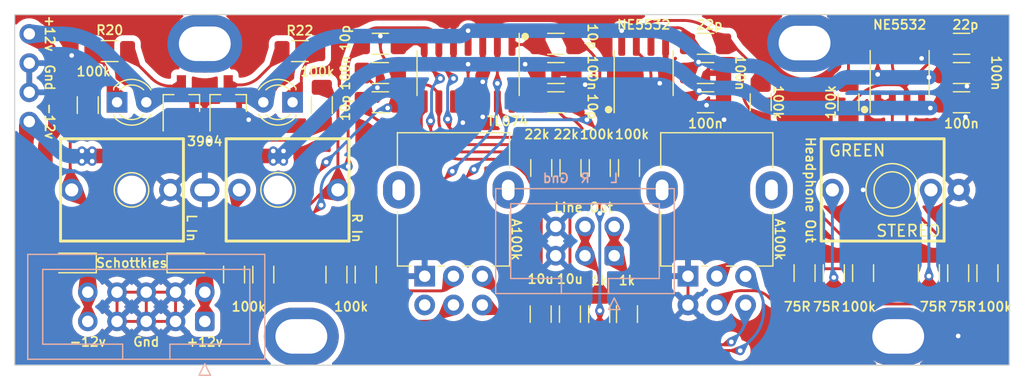
<source format=kicad_pcb>
(kicad_pcb (version 20221018) (generator pcbnew)
  (layers (0 "F.Cu" signal) (31 "B.Cu" signal) (34 "B.Paste" user) (35 "F.Paste" user) (36 "B.SilkS" user "B.Silkscreen") (37 "F.SilkS" user "F.Silkscreen") (38 "B.Mask" user) (39 "F.Mask" user) (44 "Edge.Cuts" user))
  (net 0 "")
  (net 1 "Net-(U1A--)")
  (net 2 "Net-(C1-Pad2)")
  (net 3 "Net-(U1C--)")
  (net 4 "Net-(C2-Pad2)")
  (net 5 "Net-(U1B--)")
  (net 6 "Net-(C16-Pad1)")
  (net 7 "Net-(U1D--)")
  (net 8 "Net-(C4-Pad2)")
  (net 9 "Net-(U3A--)")
  (net 10 "Net-(U3A-+)")
  (net 11 "Net-(U4A--)")
  (net 12 "Net-(U4A-+)")
  (net 13 "+12v")
  (net 14 "-12v")
  (net 15 "Intermediate L")
  (net 16 "Intermediate R")
  (net 17 "Net-(D1-K)")
  (net 18 "Net-(D2-K)")
  (net 19 "Net-(D3-A)")
  (net 20 "Net-(D4-K)")
  (net 21 "In L")
  (net 22 "GND")
  (net 23 "In R")
  (net 24 "Net-(J4-SIG)")
  (net 25 "Net-(J4-SW)")
  (net 26 "Net-(J5-+12V-Pad1)")
  (net 27 "Net-(J5-GND-Pad3)")
  (net 28 "Net-(Q1-B)")
  (net 29 "Net-(Q1-C)")
  (net 30 "Net-(Q2-B)")
  (net 31 "Net-(Q2-C)")
  (net 32 "Net-(R3-Pad1)")
  (net 33 "Net-(R8-Pad1)")
  (net 34 "Net-(R11-Pad1)")
  (net 35 "Net-(R14-Pad1)")
  (net 36 "Net-(U3B--)")
  (net 37 "Net-(U4B--)")
  (footprint "Capacitor_SMD:C_1206_3216Metric_Pad1.33x1.80mm_HandSolder" (layer "F.Cu") (at 97.79 66.0455)
    (fp_text reference "C10" hide)
    (fp_text value "100n")
  )
  (footprint "Capacitor_SMD:C_1206_3216Metric_Pad1.33x1.80mm_HandSolder" (layer "F.Cu") (at 96.4692 87.0005 -90)
    (fp_text reference "C15" hide)
    (fp_text value "10u")
  )
  (footprint "Resistor_SMD:R_1206_3216Metric_Pad1.30x1.75mm_HandSolder" (layer "F.Cu") (at 72.39 83.566 -90)
    (fp_text reference "R6" hide)
    (fp_text value "100k" hide)
  )
  (footprint "Diode_SMD:D_SOD-323_HandSoldering" (layer "F.Cu") (at 66.04 82.5555)
    (fp_text reference "D3" hide)
    (fp_text value "D_Schottky" hide)
  )
  (footprint "Package_SO:SOIC-8_3.9x4.9mm_P1.27mm" (layer "F.Cu") (at 105.41 66.0455 90)
    (fp_text reference "U3" hide)
    (fp_text value "NE5532")
  )
  (footprint "Capacitor_SMD:C_1206_3216Metric_Pad1.33x1.80mm_HandSolder" (layer "F.Cu") (at 97.79 63.5055 180)
    (fp_text reference "C2" hide)
    (fp_text value "10p")
  )
  (footprint "Capacitor_SMD:C_1206_3216Metric_Pad1.33x1.80mm_HandSolder" (layer "F.Cu") (at 110.7825 66.0455 180)
    (fp_text reference "C13" hide)
    (fp_text value "100n")
  )
  (footprint "Capacitor_SMD:C_1206_3216Metric_Pad1.33x1.80mm_HandSolder" (layer "F.Cu") (at 97.79 68.5855 180)
    (fp_text reference "C4" hide)
    (fp_text value "10p")
  )
  (footprint "" (layer "F.Cu") (at 119.38 63.44)
    (fp_text reference "")
    (fp_text value "")
  )
  (footprint "Capacitor_SMD:C_1206_3216Metric_Pad1.33x1.80mm_HandSolder" (layer "F.Cu") (at 82.55 68.5855 180)
    (fp_text reference "C1" hide)
    (fp_text value "10p")
  )
  (footprint "LED_THT:LED_D3.0mm_Clear" (layer "F.Cu") (at 59.69 68.5855)
    (fp_text reference "D1" hide)
    (fp_text value "LED" hide)
  )
  (footprint "Capacitor_SMD:C_1206_3216Metric_Pad1.33x1.80mm_HandSolder" (layer "F.Cu") (at 133.0075 63.5055 180)
    (fp_text reference "C6" hide)
    (fp_text value "22p")
  )
  (footprint "Potentiometer_THT:Potentiometer_Alpha_RD902F-40-00D_Dual_Vertical" (layer "F.Cu") (at 86.4 83.7055 90)
    (fp_text reference "RV2" hide)
    (fp_text value "R_Potentiometer_Dual 100k" hide)
  )
  (footprint "Resistor_SMD:R_1206_3216Metric_Pad1.30x1.75mm_HandSolder" (layer "F.Cu") (at 123.19 68.58 -90)
    (fp_text reference "R15" hide)
    (fp_text value "100k")
  )
  (footprint "Resistor_SMD:R_1206_3216Metric_Pad1.30x1.75mm_HandSolder" (layer "F.Cu") (at 103.9622 87.0005 90)
    (fp_text reference "R5" hide)
    (fp_text value "1k")
  )
  (footprint "Capacitor_SMD:C_1206_3216Metric_Pad1.33x1.80mm_HandSolder" (layer "F.Cu") (at 110.7825 63.5055)
    (fp_text reference "C5" hide)
    (fp_text value "22p")
  )
  (footprint "Resistor_SMD:R_1206_3216Metric_Pad1.30x1.75mm_HandSolder" (layer "F.Cu") (at 78.74 83.566 90)
    (fp_text reference "R3" hide)
    (fp_text value "100k")
  )
  (footprint "" (layer "F.Cu") (at 67.31 63.5)
    (fp_text reference "")
    (fp_text value "")
  )
  (footprint "Capacitor_SMD:C_1206_3216Metric_Pad1.33x1.80mm_HandSolder" (layer "F.Cu") (at 82.55 66.0455)
    (fp_text reference "C9" hide)
    (fp_text value "100n")
  )
  (footprint "Capacitor_SMD:C_1206_3216Metric_Pad1.33x1.80mm_HandSolder" (layer "F.Cu") (at 110.7825 68.5855)
    (fp_text reference "C12" hide)
    (fp_text value "100n")
  )
  (footprint "Package_SO:SOIC-14_3.9x8.7mm_P1.27mm" (layer "F.Cu") (at 90.17 66.0455 -90)
    (fp_text reference "U1" hide)
    (fp_text value "TL074")
  )
  (footprint "Resistor_SMD:R_1206_3216Metric_Pad1.30x1.75mm_HandSolder" (layer "F.Cu") (at 101.6 74.3005 -90)
    (fp_text reference "R9" hide)
    (fp_text value "100k")
  )
  (footprint "Resistor_SMD:R_1206_3216Metric_Pad1.30x1.75mm_HandSolder" (layer "F.Cu") (at 69.85 83.566 -90)
    (fp_text reference "R1" hide)
    (fp_text value "100k")
  )
  (footprint "Resistor_SMD:R_1206_3216Metric_Pad1.30x1.75mm_HandSolder" (layer "F.Cu") (at 135.255 83.439 90)
    (fp_text reference "R14" hide)
    (fp_text value "100k")
  )
  (footprint "Resistor_SMD:R_1206_3216Metric_Pad1.30x1.75mm_HandSolder" (layer "F.Cu") (at 104.14 74.3005 -90)
    (fp_text reference "R4" hide)
    (fp_text value "100k")
  )
  (footprint "Package_TO_SOT_SMD:SOT-23_Handsoldering" (layer "F.Cu") (at 65.278 68.6816 90)
    (fp_text reference "Q1" hide)
    (fp_text value "3904")
  )
  (footprint "Capacitor_SMD:C_1206_3216Metric_Pad1.33x1.80mm_HandSolder" (layer "F.Cu") (at 99.0092 87.0005 -90)
    (fp_text reference "C16" hide)
    (fp_text value "10u")
  )
  (footprint "PCM_4ms_Jack:EighthInch_PJ398SM_with_hole" (layer "F.Cu") (at 73.66 76.2055 180)
    (fp_text reference "J2" hide)
    (fp_text value "IN R" hide)
  )
  (footprint "Resistor_SMD:R_1206_3216Metric_Pad1.30x1.75mm_HandSolder" (layer "F.Cu") (at 119.38 83.439 -90)
    (fp_text reference "R23" hide)
    (fp_text value "75R")
  )
  (footprint "Capacitor_SMD:C_1206_3216Metric_Pad1.33x1.80mm_HandSolder" (layer "F.Cu") (at 133.0075 68.5855)
    (fp_text reference "C14" hide)
    (fp_text value "100n")
  )
  (footprint "Resistor_SMD:R_1206_3216Metric_Pad1.30x1.75mm_HandSolder" (layer "F.Cu") (at 130.175 83.4335 -90)
    (fp_text reference "R24" hide)
    (fp_text value "75R")
  )
  (footprint "" (layer "F.Cu") (at 75.692 88.94)
    (fp_text reference "")
    (fp_text value "")
  )
  (footprint "" (layer "F.Cu") (at 127.508 88.94)
    (fp_text reference "")
    (fp_text value "")
  )
  (footprint "Capacitor_SMD:C_1206_3216Metric_Pad1.33x1.80mm_HandSolder" (layer "F.Cu") (at 133.0075 66.0455 180)
    (fp_text reference "C11" hide)
    (fp_text value "100n")
  )
  (footprint "Resistor_SMD:R_1206_3216Metric_Pad1.30x1.75mm_HandSolder" (layer "F.Cu") (at 77.47 68.834 -90)
    (fp_text reference "R21" hide)
    (fp_text value "100k")
  )
  (footprint "Resistor_SMD:R_1206_3216Metric_Pad1.30x1.75mm_HandSolder" (layer "F.Cu") (at 81.28 83.566 90)
    (fp_text reference "R8" hide)
    (fp_text value "100k" hide)
  )
  (footprint "Package_SO:SOIC-8_3.9x4.9mm_P1.27mm" (layer "F.Cu") (at 127.635 66.0455 90)
    (fp_text reference "U4" hide)
    (fp_text value "NE5532")
  )
  (footprint "Resistor_SMD:R_1206_3216Metric_Pad1.30x1.75mm_HandSolder" (layer "F.Cu") (at 96.52 74.3005 -90)
    (fp_text reference "R2" hide)
    (fp_text value "22k")
  )
  (footprint "Resistor_SMD:R_1206_3216Metric_Pad1.30x1.75mm_HandSolder" (layer "F.Cu") (at 115.57 68.58 90)
    (fp_text reference "R12" hide)
    (fp_text value "100k")
  )
  (footprint "Diode_SMD:D_SOD-323_HandSoldering" (layer "F.Cu") (at 55.88 82.5555 180)
    (fp_text reference "D4" hide)
    (fp_text value "D_Schottky" hide)
  )
  (footprint "Resistor_SMD:R_1206_3216Metric_Pad1.30x1.75mm_HandSolder" (layer "F.Cu") (at 124.46 83.439 90)
    (fp_text reference "R11" hide)
    (fp_text value "100k")
  )
  (footprint "Resistor_SMD:R_1206_3216Metric_Pad1.30x1.75mm_HandSolder" (layer "F.Cu") (at 101.5492 87.0005 90)
    (fp_text reference "R10" hide)
    (fp_text value "1k")
  )
  (footprint "Potentiometer_THT:Potentiometer_Alpha_RD902F-40-00D_Dual_Vertical" (layer "F.Cu") (at 109.26 83.7055 90)
    (fp_text reference "RV1" hide)
    (fp_text value "R_Potentiometer_Dual 100k" hide)
  )
  (footprint "" (layer "F.Cu") (at 67.31 63.5)
    (fp_text reference "")
    (fp_text value "")
  )
  (footprint "PCM_4ms_Jack:EighthInch_Stereo_PJ366ST" (layer "F.Cu") (at 127 76.2055)
    (fp_text reference "J4" hide)
    (fp_text value "3.5mm_Stereo" hide)
  )
  (footprint "LED_THT:LED_D3.0mm_Clear" (layer "F.Cu") (at 74.93 68.5855 180)
    (fp_text reference "D2" hide)
    (fp_text value "LED" hide)
  )
  (footprint "Resistor_SMD:R_1206_3216Metric_Pad1.30x1.75mm_HandSolder" (layer "F.Cu") (at 99.06 74.3005 -90)
    (fp_text reference "R7" hide)
    (fp_text value "22k")
  )
  (footprint "Resistor_SMD:R_1206_3216Metric_Pad1.30x1.75mm_HandSolder" (layer "F.Cu") (at 75.565 64.135 180)
    (fp_text reference "R22")
    (fp_text value "1k" hide)
  )
  (footprint "Resistor_SMD:R_1206_3216Metric_Pad1.30x1.75mm_HandSolder" (layer "F.Cu") (at 132.715 83.439 -90)
    (fp_text reference "R16" hide)
    (fp_text value "75R")
  )
  (footprint "Capacitor_SMD:C_1206_3216Metric_Pad1.33x1.80mm_HandSolder" (layer "F.Cu") (at 82.55 63.5055)
    (fp_text reference "C3" hide)
    (fp_text value "10p")
  )
  (footprint "PCM_4ms_Jack:EighthInch_PJ398SM_with_hole" (layer "F.Cu") (at 60.96 76.2055)
    (fp_text reference "J1" hide)
    (fp_text value "IN L" hide)
  )
  (footprint "Resistor_SMD:R_1206_3216Metric_Pad1.30x1.75mm_HandSolder" (layer "F.Cu") (at 59.055 64.135)
    (fp_text reference "R20")
    (fp_text value "1k" hide)
  )
  (footprint "Resistor_SMD:R_1206_3216Metric_Pad1.30x1.75mm_HandSolder" (layer "F.Cu") (at 121.92 83.439 -90)
    (fp_text reference "R13" hide)
    (fp_text value "75R")
  )
  (footprint "Resistor_SMD:R_1206_3216Metric_Pad1.30x1.75mm_HandSolder" (layer "F.Cu") (at 57.15 68.834 -90)
    (fp_text reference "R19" hide)
    (fp_text value "100k")
  )
  (footprint "Package_TO_SOT_SMD:SOT-23_Handsoldering" (layer "F.Cu") (at 69.342 68.6816 90)
    (fp_text reference "Q2" hide)
    (fp_text value "3904" hide)
  )
  (footprint "Connector_PinHeader_2.54mm:PinHeader_1x04_P2.54mm_Vertical_no_silkscreen" (layer "B.Cu") (at 52.07 62.6419 180)
    (fp_text reference "J6" hide)
    (fp_text value "Conn_01x04_Pin" hide)
  )
  (footprint "Connector_IDC:IDC-Header_2x03_P2.54mm_Vertical" (layer "B.Cu") (at 102.855 81.9255 90)
    (fp_text reference "J5" hide)
    (fp_text value "Conn_02x03")
  )
  (footprint "Connector_IDC:IDC-Header_2x05_P2.54mm_Vertical" (layer "B.Cu") (at 67.31 87.6355 90)
    (fp_text reference "J3" hide)
    (fp_text value "Eurorack_Power_10pin_Unshrouded" hide)
  )
  (gr_circle (center 124.587 69.2205) (end 124.841 69.2205) (stroke (width 0.15)) (fill solid) (layer "F.SilkS"))
  (gr_circle (center 95.123 62.8705) (end 95.377 62.8705) (stroke (width 0.15)) (fill solid) (layer "F.SilkS"))
  (gr_circle (center 102.362 69.2205) (end 102.616 69.2205) (stroke (width 0.15)) (fill solid) (layer "F.SilkS"))
  (gr_rect (start 50.8 60.9655) (end 137.16 91.4455) (stroke (width 0.1)) (fill none) (layer "Edge.Cuts"))
  (gr_text "L" (at 102.87 75.1895) (layer "B.SilkS") (effects (font (size 0.8 0.8)) (justify mirror)))
  (gr_text "R" (at 100.33 75.1895) (layer "B.SilkS") (effects (font (size 0.8 0.8)) (justify mirror)))
  (gr_text "Gnd" (at 97.79 75.1895) (layer "B.SilkS") (effects (font (size 0.8 0.8)) (justify mirror)))
  (gr_text "Line Out" (at 100.203 77.7295) (layer "F.SilkS") (effects (font (size 0.8 0.8))))
  (gr_text "R In" (at 80.518 79.5075 -90) (layer "F.SilkS") (effects (font (size 0.8 0.8))))
  (gr_text "L In" (at 66.167 79.5075 -90) (layer "F.SilkS") (effects (font (size 0.8 0.8))))
  (gr_text "-12v" (at 57.15 89.4135) (layer "F.SilkS") (effects (font (size 0.8 0.8) (thickness 0.15) bold)))
  (gr_text "+12v" (at 53.848 62.6165 -90) (layer "F.SilkS") (effects (font (size 0.8 0.8) (thickness 0.15) bold)))
  (gr_text "+12v" (at 67.31 89.4135) (layer "F.SilkS") (effects (font (size 0.8 0.8) (thickness 0.15) bold)))
  (gr_text "Gnd" (at 62.23 89.4135) (layer "F.SilkS") (effects (font (size 0.8 0.8))))
  (gr_text "Schottkies\n" (at 60.96 82.5555) (layer "F.SilkS") (effects (font (size 0.8 0.8))))
  (gr_text "-12v" (at 53.848 70.2365 -90) (layer "F.SilkS") (effects (font (size 0.8 0.8) (thickness 0.15) bold)))
  (gr_text "Gnd" (at 53.848 66.4265 270) (layer "F.SilkS") (effects (font (size 0.8 0.8))))
  (gr_text "A100k" (at 117.221 80.5235 270) (layer "F.SilkS") (effects (font (size 0.8 0.8))))
  (gr_text "Headphone Out" (at 119.888 76.2 -90) (layer "F.SilkS") (effects (font (size 0.8 0.8))))
  (gr_text "A100k" (at 94.361 80.5235 270) (layer "F.SilkS") (effects (font (size 0.8 0.8))))
  (segment (start 80.86364 80.772) (end 81.29515 80.772) (width 0.25) (layer "F.Cu") (net 1))
  (segment (start 104.14 72.31625) (end 104.14 72.7505) (width 0.25) (layer "F.Cu") (net 1))
  (segment (start 92.71 63.2205) (end 92.71 63.9205) (width 0.25) (layer "F.Cu") (net 1))
  (segment (start 92.71 63.9205) (end 92.71 66.946) (width 0.25) (layer "F.Cu") (net 1))
  (segment (start 100.33924 63.76324) (end 100.84075 64.26475) (width 0.25) (layer "F.Cu") (net 1))
  (segment (start 98.7175 62.8705) (end 99.3525 63.5055) (width 0.25) (layer "F.Cu") (net 1))
  (segment (start 92.957487 62.623012) (end 93.0275 62.553) (width 0.25) (layer "F.Cu") (net 1))
  (segment (start 79.362 81.394) (end 78.74 82.016) (width 0.25) (layer "F.Cu") (net 1))
  (segment (start 93.794012 62.2355) (end 97.184474 62.2355) (width 0.25) (layer "F.Cu") (net 1))
  (segment (start 101.6 66.097741) (end 101.6 67.545948) (width 0.25) (layer "F.Cu") (net 1))
  (segment (start 99.717 63.5055) (end 99.3525 63.5055) (width 0.25) (layer "F.Cu") (net 1))
  (segment (start 88.7984 74.5799) (end 83.533423 79.844876) (width 0.25) (layer "F.Cu") (net 1))
  (segment (start 103.832938 71.574938) (end 102.87 70.612) (width 0.25) (layer "F.Cu") (net 1))
  (via (at 92.71 66.946) (size 0.8) (drill 0.4) (layers "F.Cu" "B.Cu") (net 1))
  (via (at 88.7984 74.5799) (size 0.8) (drill 0.4) (layers "F.Cu" "B.Cu") (net 1))
  (arc (start 100.84075 64.26475) (mid 101.402677 65.105733) (end 101.6 66.097741) (width 0.25) (layer "F.Cu") (net 1))
  (arc (start 93.794012 62.2355) (mid 93.379178 62.318015) (end 93.0275 62.553) (width 0.25) (layer "F.Cu") (net 1))
  (arc (start 101.6 67.545948) (mid 101.930062 69.205283) (end 102.87 70.612) (width 0.25) (layer "F.Cu") (net 1))
  (arc (start 92.957487 62.623012) (mid 92.774319 62.897142) (end 92.71 63.2205) (width 0.25) (layer "F.Cu") (net 1))
  (arc (start 98.7175 62.8705) (mid 98.014141 62.400531) (end 97.184474 62.2355) (width 0.25) (layer "F.Cu") (net 1))
  (arc (start 103.832938 71.574938) (mid 104.060197 71.915055) (end 104.14 72.31625) (width 0.25) (layer "F.Cu") (net 1))
  (arc (start 83.533423 79.844876) (mid 82.506494 80.531048) (end 81.29515 80.772) (width 0.25) (layer "F.Cu") (net 1))
  (arc (start 100.33924 63.76324) (mid 100.053753 63.572484) (end 99.717 63.5055) (width 0.25) (layer "F.Cu") (net 1))
  (arc (start 80.86364 80.772) (mid 80.050958 80.933652) (end 79.362 81.394) (width 0.25) (layer "F.Cu") (net 1))
  (segment (start 88.81636 74.511139) (end 91.411928 71.915571) (width 0.25) (layer "B.Cu") (net 1))
  (segment (start 88.7984 74.5545) (end 88.7984 74.5799) (width 0.25) (layer "B.Cu") (net 1))
  (segment (start 92.71 68.78175) (end 92.71 66.946) (width 0.25) (layer "B.Cu") (net 1))
  (arc (start 92.71 68.78175) (mid 92.372642 70.477761) (end 91.411928 71.915571) (width 0.25) (layer "B.Cu") (net 1))
  (arc (start 88.81636 74.511139) (mid 88.803067 74.531033) (end 88.7984 74.5545) (width 0.25) (layer "B.Cu") (net 1))
  (segment (start 84.371579 70.4905) (end 83.654854 70.4905) (width 0.25) (layer "F.Cu") (net 2))
  (segment (start 92.218169 73.5385) (end 89.62759 73.5385) (width 0.25) (layer "F.Cu") (net 2))
  (segment (start 81.108592 69.049092) (end 81.76875 69.70925) (width 0.25) (layer "F.Cu") (net 2))
  (segment (start 85.979 69.6015) (end 86.233 69.3475) (width 0.25) (layer "F.Cu") (net 2))
  (segment (start 85.598 69.9825) (end 85.979 69.6015) (width 0.25) (layer "F.Cu") (net 2))
  (segment (start 80.9875 68.75675) (end 80.9875 68.5855) (width 0.25) (layer "F.Cu") (net 2))
  (segment (start 86.106 69.654105) (end 86.106 70.47505) (width 0.25) (layer "F.Cu") (net 2))
  (segment (start 96.4946 85.4126) (end 96.4692 85.438) (width 0.25) (layer "F.Cu") (net 2))
  (segment (start 86.36 69.040894) (end 86.36 68.5205) (width 0.25) (layer "F.Cu") (net 2))
  (segment (start 86.813495 72.183095) (end 87.13745 72.50705) (width 0.25) (layer "F.Cu") (net 2))
  (segment (start 96.039488 75.724988) (end 95.009 74.6945) (width 0.25) (layer "F.Cu") (net 2))
  (segment (start 96.52 76.028) (end 96.52 85.351278) (width 0.25) (layer "F.Cu") (net 2))
  (arc (start 96.039488 75.724988) (mid 96.178511 75.81788) (end 96.3425 75.8505) (width 0.25) (layer "F.Cu") (net 2))
  (arc (start 86.106 70.47505) (mid 86.289871 71.399437) (end 86.813495 72.183095) (width 0.25) (layer "F.Cu") (net 2))
  (arc (start 81.76875 69.70925) (mid 82.634101 70.287459) (end 83.654854 70.4905) (width 0.25) (layer "F.Cu") (net 2))
  (arc (start 96.52 76.028) (mid 96.468011 75.902488) (end 96.3425 75.8505) (width 0.25) (layer "F.Cu") (net 2))
  (arc (start 85.598 69.9825) (mid 85.035313 70.358475) (end 84.371579 70.4905) (width 0.25) (layer "F.Cu") (net 2))
  (arc (start 86.36 69.040894) (mid 86.326993 69.206828) (end 86.233 69.3475) (width 0.25) (layer "F.Cu") (net 2))
  (arc (start 86.106 69.654105) (mid 86.060074 69.585373) (end 85.979 69.6015) (width 0.25) (layer "F.Cu") (net 2))
  (arc (start 80.9875 68.75675) (mid 81.01897 68.914964) (end 81.108592 69.049092) (width 0.25) (layer "F.Cu") (net 2))
  (arc (start 95.009 74.6945) (mid 93.728555 73.838934) (end 92.218169 73.5385) (width 0.25) (layer "F.Cu") (net 2))
  (arc (start 96.52 85.351278) (mid 96.513398 85.384465) (end 96.4946 85.4126) (width 0.25) (layer "F.Cu") (net 2))
  (arc (start 87.13745 72.50705) (mid 88.279936 73.270434) (end 89.62759 73.5385) (width 0.25) (layer "F.Cu") (net 2))
  (arc (start 86.233 69.3475) (mid 86.139006 69.488171) (end 86.106 69.654105) (width 0.25) (layer "F.Cu") (net 2))
  (segment (start 77.790173 74.01987) (end 74.379201 77.430842) (width 0.25) (layer "F.Cu") (net 3))
  (segment (start 87.381628 67.569628) (end 87.249 67.437) (width 0.25) (layer "F.Cu") (net 3))
  (segment (start 83.185 69.088) (end 83.3975 69.088) (width 0.25) (layer "F.Cu") (net 3))
  (segment (start 86.329184 67.056) (end 86.255 67.056) (width 0.25) (layer "F.Cu") (net 3))
  (segment (start 77.851 73.787) (end 77.851 73.873022) (width 0.25) (layer "F.Cu") (net 3))
  (segment (start 83.861249 68.836749) (end 83.76026 68.937739) (width 0.25) (layer "F.Cu") (net 3))
  (segment (start 87.63 68.87175) (end 87.63 70.134445) (width 0.25) (layer "F.Cu") (net 3))
  (segment (start 71.12 82.056375) (end 71.12 82.947974) (width 0.25) (layer "F.Cu") (net 3))
  (segment (start 89.764054 72.2685) (end 95.697174 72.2685) (width 0.25) (layer "F.Cu") (net 3))
  (segment (start 84.363749 68.334249) (end 83.861249 68.836749) (width 0.25) (layer "F.Cu") (net 3))
  (segment (start 87.63 68.16925) (end 87.63 68.87175) (width 0.25) (layer "F.Cu") (net 3))
  (segment (start 70.485 84.481) (end 69.85 85.116) (width 0.25) (layer "F.Cu") (net 3))
  (segment (start 73.656592 77.730156) (end 72.385455 79.001294) (width 0.25) (layer "F.Cu") (net 3))
  (segment (start 84.363749 68.334249) (end 85.208543 67.489456) (width 0.25) (layer "F.Cu") (net 3))
  (segment (start 96.279 72.5095) (end 96.52 72.7505) (width 0.25) (layer "F.Cu") (net 3))
  (via (at 77.851 73.787) (size 0.8) (drill 0.4) (layers "F.Cu" "B.Cu") (net 3))
  (via (at 83.185 69.088) (size 0.8) (drill 0.4) (layers "F.Cu" "B.Cu") (net 3))
  (arc (start 72.385455 79.001294) (mid 71.448881 80.402977) (end 71.12 82.056375) (width 0.25) (layer "F.Cu") (net 3))
  (arc (start 77.851 73.873022) (mid 77.835191 73.952495) (end 77.790173 74.01987) (width 0.25) (layer "F.Cu") (net 3))
  (arc (start 87.249 67.437) (mid 86.826984 67.155018) (end 86.329184 67.056) (width 0.25) (layer "F.Cu") (net 3))
  (arc (start 74.379201 77.430842) (mid 74.213433 77.541605) (end 74.017897 77.5805) (width 0.25) (layer "F.Cu") (net 3))
  (arc (start 96.279 72.5095) (mid 96.012056 72.331133) (end 95.697174 72.2685) (width 0.25) (layer "F.Cu") (net 3))
  (arc (start 86.255 67.056) (mid 85.688661 67.168651) (end 85.208543 67.489456) (width 0.25) (layer "F.Cu") (net 3))
  (arc (start 74.017897 77.5805) (mid 73.82236 77.619394) (end 73.656592 77.730156) (width 0.25) (layer "F.Cu") (net 3))
  (arc (start 87.381628 67.569628) (mid 87.56545 67.844737) (end 87.63 68.16925) (width 0.25) (layer "F.Cu") (net 3))
  (arc (start 71.12 82.947974) (mid 70.954968 83.777641) (end 70.485 84.481) (width 0.25) (layer "F.Cu") (net 3))
  (arc (start 83.76026 68.937739) (mid 83.593824 69.048948) (end 83.3975 69.088) (width 0.25) (layer "F.Cu") (net 3))
  (arc (start 88.25505 71.64345) (mid 88.947386 72.106054) (end 89.764054 72.2685) (width 0.25) (layer "F.Cu") (net 3))
  (arc (start 87.63 70.134445) (mid 87.792445 70.951112) (end 88.25505 71.64345) (width 0.25) (layer "F.Cu") (net 3))
  (segment (start 82.325493 69.312506) (end 77.851 73.787) (width 0.25) (layer "B.Cu") (net 3))
  (segment (start 82.8675 69.088) (end 83.185 69.088) (width 0.25) (layer "B.Cu") (net 3))
  (arc (start 82.8675 69.088) (mid 82.574168 69.146347) (end 82.325493 69.312506) (width 0.25) (layer "B.Cu") (net 3))
  (segment (start 96.116538 63.5705) (end 93.98 63.5705) (width 0.25) (layer "F.Cu") (net 4))
  (segment (start 103.505 75.2155) (end 104.14 75.8505) (width 0.25) (layer "F.Cu") (net 4))
  (segment (start 102.87 73.682474) (end 102.87 72.682035) (width 0.25) (layer "F.Cu") (net 4))
  (segment (start 105.283 80.442723) (end 105.283 86.771694) (width 0.25) (layer "F.Cu") (net 4))
  (segment (start 104.14 77.683276) (end 104.14 75.8505) (width 0.25) (layer "F.Cu") (net 4))
  (segment (start 99.791184 64.77) (end 98.386136 64.77) (width 0.25) (layer "F.Cu") (net 4))
  (segment (start 104.761999 88.029499) (end 104.33957 88.451929) (width 0.25) (layer "F.Cu") (net 4))
  (segment (start 96.85975 64.13775) (end 96.26 63.538) (width 0.25) (layer "F.Cu") (net 4))
  (segment (start 101.092 66.070815) (end 101.092 68.389564) (width 0.25) (layer "F.Cu") (net 4))
  (segment (start 104.1016 88.5505) (end 103.9622 88.5505) (width 0.25) (layer "F.Cu") (net 4))
  (arc (start 104.14 77.683276) (mid 104.288528 78.429977) (end 104.7115 79.063) (width 0.25) (layer "F.Cu") (net 4))
  (arc (start 104.7115 79.063) (mid 105.134471 79.696022) (end 105.283 80.442723) (width 0.25) (layer "F.Cu") (net 4))
  (arc (start 100.711 65.151) (mid 100.288984 64.869018) (end 99.791184 64.77) (width 0.25) (layer "F.Cu") (net 4))
  (arc (start 100.711 65.151) (mid 100.992981 65.573014) (end 101.092 66.070815) (width 0.25) (layer "F.Cu") (net 4))
  (arc (start 101.092 68.389564) (mid 101.323043 69.551098) (end 101.981 70.5358) (width 0.25) (layer "F.Cu") (net 4))
  (arc (start 96.85975 64.13775) (mid 97.560061 64.605683) (end 98.386136 64.77) (width 0.25) (layer "F.Cu") (net 4))
  (arc (start 105.283 86.771694) (mid 105.147596 87.452413) (end 104.761999 88.029499) (width 0.25) (layer "F.Cu") (net 4))
  (arc (start 102.87 73.682474) (mid 103.035031 74.512141) (end 103.505 75.2155) (width 0.25) (layer "F.Cu") (net 4))
  (arc (start 104.33957 88.451929) (mid 104.230388 88.524882) (end 104.1016 88.5505) (width 0.25) (layer "F.Cu") (net 4))
  (arc (start 101.981 70.5358) (mid 102.638956 71.520501) (end 102.87 72.682035) (width 0.25) (layer "F.Cu") (net 4))
  (arc (start 96.195 63.538) (mid 96.159001 63.562053) (end 96.116538 63.5705) (width 0.25) (layer "F.Cu") (net 4))
  (arc (start 96.26 63.538) (mid 96.2275 63.524538) (end 96.195 63.538) (width 0.25) (layer "F.Cu") (net 4))
  (segment (start 87.249 62.4895) (end 87.382512 62.623012) (width 0.25) (layer "F.Cu") (net 5))
  (segment (start 87.63 63.9205) (end 87.63 64.40925) (width 0.25) (layer "F.Cu") (net 5))
  (segment (start 87.63 63.2205) (end 87.63 63.9205) (width 0.25) (layer "F.Cu") (net 5))
  (segment (start 88.9 66.518) (end 88.223085 65.841085) (width 0.25) (layer "F.Cu") (net 5))
  (segment (start 80.371749 64.121249) (end 80.76568 63.727319) (width 0.25) (layer "F.Cu") (net 5))
  (segment (start 88.59151 70.81701) (end 88.9 71.1255) (width 0.25) (layer "F.Cu") (net 5))
  (segment (start 79.756 74.168) (end 79.756 65.607802) (width 0.25) (layer "F.Cu") (net 5))
  (segment (start 97.153161 71.6335) (end 90.12642 71.6335) (width 0.25) (layer "F.Cu") (net 5))
  (segment (start 77.405897 77.534102) (end 74.821218 80.118781) (width 0.25) (layer "F.Cu") (net 5))
  (segment (start 88.392 70.33535) (end 88.392 70.0532) (width 0.25) (layer "F.Cu") (net 5))
  (segment (start 73.914 82.514369) (end 73.914 82.309) (width 0.25) (layer "F.Cu") (net 5))
  (segment (start 98.5015 72.192) (end 99.06 72.7505) (width 0.25) (layer "F.Cu") (net 5))
  (segment (start 77.406147 77.5335) (end 77.406147 77.533147) (width 0.25) (layer "F.Cu") (net 5))
  (segment (start 81.209319 62.65628) (end 81.3723 62.4933) (width 0.25) (layer "F.Cu") (net 5))
  (segment (start 86.329184 62.1085) (end 82.301289 62.1085) (width 0.25) (layer "F.Cu") (net 5))
  (segment (start 73.152 84.354) (end 72.39 85.116) (width 0.25) (layer "F.Cu") (net 5))
  (via (at 77.406147 77.533147) (size 0.8) (drill 0.4) (layers "F.Cu" "B.Cu") (net 5))
  (via (at 79.756 74.168) (size 0.8) (drill 0.4) (layers "F.Cu" "B.Cu") (net 5))
  (via (at 88.392 70.0532) (size 0.8) (drill 0.4) (layers "F.Cu" "B.Cu") (net 5))
  (via (at 88.9 66.518) (size 0.8) (drill 0.4) (layers "F.Cu" "B.Cu") (net 5))
  (arc (start 77.406147 77.5335) (mid 77.406082 77.533825) (end 77.405897 77.534102) (width 0.25) (layer "F.Cu") (net 5))
  (arc (start 88.392 70.33535) (mid 88.44385 70.596022) (end 88.59151 70.81701) (width 0.25) (layer "F.Cu") (net 5))
  (arc (start 73.914 82.514369) (mid 73.715962 83.50997) (end 73.152 84.354) (width 0.25) (layer "F.Cu") (net 5))
  (arc (start 87.63 64.40925) (mid 87.784137 65.184153) (end 88.223085 65.841085) (width 0.25) (layer "F.Cu") (net 5))
  (arc (start 80.371749 64.121249) (mid 79.916027 64.803285) (end 79.756 65.607802) (width 0.25) (layer "F.Cu") (net 5))
  (arc (start 87.382512 62.623012) (mid 87.565679 62.897142) (end 87.63 63.2205) (width 0.25) (layer "F.Cu") (net 5))
  (arc (start 98.5015 72.192) (mid 97.882876 71.778649) (end 97.153161 71.6335) (width 0.25) (layer "F.Cu") (net 5))
  (arc (start 81.209319 62.65628) (mid 81.045148 62.901978) (end 80.9875 63.1918) (width 0.25) (layer "F.Cu") (net 5))
  (arc (start 80.9875 63.1918) (mid 80.92985 63.48162) (end 80.76568 63.727319) (width 0.25) (layer "F.Cu") (net 5))
  (arc (start 88.9 71.1255) (mid 89.462686 71.501475) (end 90.12642 71.6335) (width 0.25) (layer "F.Cu") (net 5))
  (arc (start 82.301289 62.1085) (mid 81.798523 62.208506) (end 81.3723 62.4933) (width 0.25) (layer "F.Cu") (net 5))
  (arc (start 74.821218 80.118781) (mid 74.149778 81.123662) (end 73.914 82.309) (width 0.25) (layer "F.Cu") (net 5))
  (arc (start 87.249 62.4895) (mid 86.826984 62.207518) (end 86.329184 62.1085) (width 0.25) (layer "F.Cu") (net 5))
  (segment (start 88.392 67.38521) (end 88.392 70.0532) (width 0.25) (layer "B.Cu") (net 5))
  (segment (start 88.9 66.518) (end 88.646 66.772) (width 0.25) (layer "B.Cu") (net 5))
  (segment (start 77.406147 77.533147) (end 77.406147 76.228226) (width 0.25) (layer "B.Cu") (net 5))
  (segment (start 78.208888 74.572111) (end 78.009573 74.771426) (width 0.25) (layer "B.Cu") (net 5))
  (segment (start 79.756 74.168) (end 79.1845 74.168) (width 0.25) (layer "B.Cu") (net 5))
  (arc (start 88.646 66.772) (mid 88.458012 67.053343) (end 88.392 67.38521) (width 0.25) (layer "B.Cu") (net 5))
  (arc (start 78.009573 74.771426) (mid 77.562972 75.439811) (end 77.406147 76.228226) (width 0.25) (layer "B.Cu") (net 5))
  (arc (start 79.1845 74.168) (mid 78.656502 74.273025) (end 78.208888 74.572111) (width 0.25) (layer "B.Cu") (net 5))
  (segment (start 86.249038 63.5055) (end 84.1125 63.5055) (width 0.25) (layer "F.Cu") (net 6))
  (segment (start 99.0092 75.937221) (end 99.0092 85.438) (width 0.25) (layer "F.Cu") (net 6))
  (segment (start 86.36 63.616461) (end 86.36 64.34575) (width 0.25) (layer "F.Cu") (net 6))
  (segment (start 93.230764 72.9035) (end 89.712666 72.9035) (width 0.25) (layer "F.Cu") (net 6))
  (segment (start 87.7277 72.0813) (end 87.277968 71.631568) (width 0.25) (layer "F.Cu") (net 6))
  (segment (start 86.9055 70.73235) (end 86.9055 70.2056) (width 0.25) (layer "F.Cu") (net 6))
  (segment (start 87.757 66.518) (end 86.908184 65.669184) (width 0.25) (layer "F.Cu") (net 6))
  (segment (start 98.465524 75.256024) (end 99.0346 75.8251) (width 0.25) (layer "F.Cu") (net 6))
  (segment (start 95.691475 74.106975) (end 95.377 73.7925) (width 0.25) (layer "F.Cu") (net 6))
  (via (at 87.757 66.518) (size 0.8) (drill 0.4) (layers "F.Cu" "B.Cu") (net 6))
  (via (at 86.9055 70.2056) (size 0.8) (drill 0.4) (layers "F.Cu" "B.Cu") (net 6))
  (arc (start 95.691475 74.106975) (mid 96.327847 74.532185) (end 97.0785 74.6815) (width 0.25) (layer "F.Cu") (net 6))
  (arc (start 86.36 64.34575) (mid 86.502468 65.061987) (end 86.908184 65.669184) (width 0.25) (layer "F.Cu") (net 6))
  (arc (start 86.3275 63.538) (mid 86.351553 63.573998) (end 86.36 63.616461) (width 0.25) (layer "F.Cu") (net 6))
  (arc (start 99.0346 75.8759) (mid 99.015801 75.904034) (end 99.0092 75.937221) (width 0.25) (layer "F.Cu") (net 6))
  (arc (start 99.0346 75.8251) (mid 99.045121 75.8505) (end 99.0346 75.8759) (width 0.25) (layer "F.Cu") (net 6))
  (arc (start 95.377 73.7925) (mid 94.392298 73.134543) (end 93.230764 72.9035) (width 0.25) (layer "F.Cu") (net 6))
  (arc (start 86.3275 63.538) (mid 86.291501 63.513946) (end 86.249038 63.5055) (width 0.25) (layer "F.Cu") (net 6))
  (arc (start 86.9055 70.73235) (mid 87.002301 71.219003) (end 87.277968 71.631568) (width 0.25) (layer "F.Cu") (net 6))
  (arc (start 98.465524 75.256024) (mid 97.829152 74.830813) (end 97.0785 74.6815) (width 0.25) (layer "F.Cu") (net 6))
  (arc (start 87.7277 72.0813) (mid 88.63841 72.689817) (end 89.712666 72.9035) (width 0.25) (layer "F.Cu") (net 6))
  (segment (start 86.995 67.818815) (end 86.995 70.052813) (width 0.25) (layer "B.Cu") (net 6))
  (segment (start 87.757 66.518) (end 87.376 66.899) (width 0.25) (layer "B.Cu") (net 6))
  (segment (start 86.9055 70.2056) (end 86.95025 70.16085) (width 0.25) (layer "B.Cu") (net 6))
  (arc (start 87.376 66.899) (mid 87.094018 67.321014) (end 86.995 67.818815) (width 0.25) (layer "B.Cu") (net 6))
  (arc (start 86.995 70.052813) (mid 86.983369 70.111282) (end 86.95025 70.16085) (width 0.25) (layer "B.Cu") (net 6))
  (segment (start 92.71 68.934) (end 92.71 68.5205) (width 0.25) (layer "F.Cu") (net 7))
  (segment (start 99.3525 68.7798) (end 99.3525 68.5855) (width 0.25) (layer "F.Cu") (net 7))
  (segment (start 93.472 70.1095) (end 93.002388 69.639888) (width 0.25) (layer "F.Cu") (net 7))
  (segment (start 82.182 82.016) (end 81.28 82.016) (width 0.25) (layer "F.Cu") (net 7))
  (segment (start 100.4824 70.104) (end 99.48989 69.11149) (width 0.25) (layer "F.Cu") (net 7))
  (segment (start 100.4824 70.104) (end 101.059452 70.681052) (width 0.25) (layer "F.Cu") (net 7))
  (segment (start 101.6 71.98605) (end 101.6 72.7505) (width 0.25) (layer "F.Cu") (net 7))
  (segment (start 90.678 74.422) (end 83.72181 81.378189) (width 0.25) (layer "F.Cu") (net 7))
  (via (at 93.472 70.1095) (size 0.8) (drill 0.4) (layers "F.Cu" "B.Cu") (net 7))
  (via (at 100.4824 70.104) (size 0.8) (drill 0.4) (layers "F.Cu" "B.Cu") (net 7))
  (via (at 90.678 74.422) (size 0.8) (drill 0.4) (layers "F.Cu" "B.Cu") (net 7))
  (arc (start 83.72181 81.378189) (mid 83.015339 81.850238) (end 82.182 82.016) (width 0.25) (layer "F.Cu") (net 7))
  (arc (start 101.059452 70.681052) (mid 101.459516 71.27979) (end 101.6 71.98605) (width 0.25) (layer "F.Cu") (net 7))
  (arc (start 92.71 68.934) (mid 92.785989 69.316024) (end 93.002388 69.639888) (width 0.25) (layer "F.Cu") (net 7))
  (arc (start 99.3525 68.7798) (mid 99.388206 68.959309) (end 99.48989 69.11149) (width 0.25) (layer "F.Cu") (net 7))
  (segment (start 90.678 74.422) (end 92.935129 72.16487) (width 0.25) (layer "B.Cu") (net 7))
  (segment (start 93.472 70.86875) (end 93.472 70.1095) (width 0.25) (layer "B.Cu") (net 7))
  (segment (start 100.4824 70.104) (end 93.481389 70.104) (width 0.25) (layer "B.Cu") (net 7))
  (segment (start 93.47475 70.10675) (end 93.472 70.1095) (width 0.25) (layer "B.Cu") (net 7))
  (arc (start 93.472 70.86875) (mid 93.332471 71.570205) (end 92.935129 72.16487) (width 0.25) (layer "B.Cu") (net 7))
  (arc (start 93.481389 70.104) (mid 93.477796 70.104714) (end 93.47475 70.10675) (width 0.25) (layer "B.Cu") (net 7))
  (segment (start 99.547486 70.286686) (end 99.822 70.5612) (width 0.25) (layer "F.Cu") (net 8))
  (segment (start 96.273461 68.5855) (end 96.7067 68.5855) (width 0.25) (layer "F.Cu") (net 8))
  (segment (start 101.6 86.7) (end 101.6 88.463778) (width 0.25) (layer "F.Cu") (net 8))
  (segment (start 96.116538 68.5205) (end 93.98 68.5205) (width 0.25) (layer "F.Cu") (net 8))
  (segment (start 101.5746 88.5251) (end 101.5492 88.5505) (width 0.25) (layer "F.Cu") (net 8))
  (segment (start 100.33 71.78762) (end 100.33 73.682474) (width 0.25) (layer "F.Cu") (net 8))
  (segment (start 101.6 76.748525) (end 101.6 78.2375) (width 0.25) (layer "F.Cu") (net 8))
  (segment (start 98.420113 69.819713) (end 97.524745 68.924345) (width 0.25) (layer "F.Cu") (net 8))
  (via (at 101.6 78.2375) (size 0.8) (drill 0.4) (layers "F.Cu" "B.Cu") (net 8))
  (via (at 101.6 86.7) (size 0.8) (drill 0.4) (layers "F.Cu" "B.Cu") (net 8))
  (arc (start 100.33 73.682474) (mid 100.495031 74.512141) (end 100.965 75.2155) (width 0.25) (layer "F.Cu") (net 8))
  (arc (start 96.195 68.553) (mid 96.230998 68.577053) (end 96.273461 68.5855) (width 0.25) (layer "F.Cu") (net 8))
  (arc (start 97.524745 68.924345) (mid 97.149422 68.673562) (end 96.7067 68.5855) (width 0.25) (layer "F.Cu") (net 8))
  (arc (start 99.547486 70.286686) (mid 99.288864 70.113881) (end 98.9838 70.0532) (width 0.25) (layer "F.Cu") (net 8))
  (arc (start 99.822 70.5612) (mid 100.197975 71.123886) (end 100.33 71.78762) (width 0.25) (layer "F.Cu") (net 8))
  (arc (start 98.420113 69.819713) (mid 98.678734 69.992518) (end 98.9838 70.0532) (width 0.25) (layer "F.Cu") (net 8))
  (arc (start 100.965 75.2155) (mid 101.434968 75.918857) (end 101.6 76.748525) (width 0.25) (layer "F.Cu") (net 8))
  (arc (start 101.6 88.463778) (mid 101.593398 88.496965) (end 101.5746 88.5251) (width 0.25) (layer "F.Cu") (net 8))
  (arc (start 96.195 68.553) (mid 96.159001 68.528946) (end 96.116538 68.5205) (width 0.25) (layer "F.Cu") (net 8))
  (segment (start 101.6 78.2375) (end 101.6 86.7) (width 0.25) (layer "B.Cu") (net 8))
  (segment (start 104.775 68.5205) (end 104.775 69.62975) (width 0.25) (layer "F.Cu") (net 9))
  (segment (start 105.559358 71.523358) (end 114.703473 80.667473) (width 0.25) (layer "F.Cu") (net 9))
  (segment (start 117.6525 81.889) (end 119.38 81.889) (width 0.25) (layer "F.Cu") (net 9))
  (segment (start 104.775 68.5205) (end 103.505 68.5205) (width 0.25) (layer "F.Cu") (net 9))
  (arc (start 114.703473 80.667473) (mid 116.056498 81.571535) (end 117.6525 81.889) (width 0.25) (layer "F.Cu") (net 9))
  (arc (start 104.775 69.62975) (mid 104.978848 70.654563) (end 105.559358 71.523358) (width 0.25) (layer "F.Cu") (net 9))
  (segment (start 105.100047 62.326076) (end 105.363812 62.062312) (width 0.25) (layer "F.Cu") (net 10))
  (segment (start 112.69025 63.5055) (end 112.345 63.5055) (width 0.25) (layer "F.Cu") (net 10))
  (segment (start 121.3615 81.3305) (end 121.92 81.889) (width 0.25) (layer "F.Cu") (net 10))
  (segment (start 117.958463 80.772) (end 120.013161 80.772) (width 0.25) (layer "F.Cu") (net 10))
  (segment (start 106.045 68.5205) (end 106.045 69.8165) (width 0.25) (layer "F.Cu") (net 10))
  (segment (start 106.045 68.5205) (end 106.045 66.308525) (width 0.25) (layer "F.Cu") (net 10))
  (segment (start 104.775 63.2855) (end 104.775 63.110812) (width 0.25) (layer "F.Cu") (net 10))
  (segment (start 115.57 66.535) (end 115.57 67.03) (width 0.25) (layer "F.Cu") (net 10))
  (segment (start 115.219982 65.689982) (end 113.279628 63.749628) (width 0.25) (layer "F.Cu") (net 10))
  (segment (start 114.110707 79.178207) (end 106.96141 72.02891) (width 0.25) (layer "F.Cu") (net 10))
  (segment (start 105.41 64.7755) (end 104.976525 64.342025) (width 0.25) (layer "F.Cu") (net 10))
  (segment (start 108.876159 61.4735) (end 106.785331 61.4735) (width 0.25) (layer "F.Cu") (net 10))
  (segment (start 104.775 63.2855) (end 104.775 63.8555) (width 0.25) (layer "F.Cu") (net 10))
  (segment (start 111.329 62.4895) (end 112.345 63.5055) (width 0.25) (layer "F.Cu") (net 10))
  (arc (start 104.775 63.8555) (mid 104.827374 64.118805) (end 104.976525 64.342025) (width 0.25) (layer "F.Cu") (net 10))
  (arc (start 121.3615 81.3305) (mid 120.742876 80.917149) (end 120.013161 80.772) (width 0.25) (layer "F.Cu") (net 10))
  (arc (start 114.110707 79.178207) (mid 115.876072 80.357786) (end 117.958463 80.772) (width 0.25) (layer "F.Cu") (net 10))
  (arc (start 115.219982 65.689982) (mid 115.479033 66.077679) (end 115.57 66.535) (width 0.25) (layer "F.Cu") (net 10))
  (arc (start 105.41 64.7755) (mid 105.879968 65.478857) (end 106.045 66.308525) (width 0.25) (layer "F.Cu") (net 10))
  (arc (start 106.785331 61.4735) (mid 106.01601 61.626527) (end 105.363812 62.062312) (width 0.25) (layer "F.Cu") (net 10))
  (arc (start 105.100047 62.326076) (mid 104.859476 62.686116) (end 104.775 63.110812) (width 0.25) (layer "F.Cu") (net 10))
  (arc (start 106.045 69.8165) (mid 106.283167 71.013847) (end 106.96141 72.02891) (width 0.25) (layer "F.Cu") (net 10))
  (arc (start 111.329 62.4895) (mid 110.203626 61.737549) (end 108.876159 61.4735) (width 0.25) (layer "F.Cu") (net 10))
  (arc (start 113.279628 63.749628) (mid 113.009219 63.568946) (end 112.69025 63.5055) (width 0.25) (layer "F.Cu") (net 10))
  (segment (start 127 68.5205) (end 125.73 68.5205) (width 0.25) (layer "F.Cu") (net 11))
  (segment (start 127 76.463435) (end 127 68.5205) (width 0.25) (layer "F.Cu") (net 11))
  (segment (start 128.5875 80.296) (end 130.175 81.8835) (width 0.25) (layer "F.Cu") (net 11))
  (arc (start 127 76.463435) (mid 127.412577 78.537604) (end 128.5875 80.296) (width 0.25) (layer "F.Cu") (net 11))
  (segment (start 130.268289 65.05771) (end 131.31224 64.013759) (width 0.25) (layer "F.Cu") (net 12))
  (segment (start 129.863792 79.037792) (end 132.715 81.889) (width 0.25) (layer "F.Cu") (net 12))
  (segment (start 127.402789 67.056) (end 126.4285 67.056) (width 0.25) (layer "F.Cu") (net 12))
  (segment (start 127 65.268974) (end 127 63.5705) (width 0.25) (layer "F.Cu") (net 12))
  (segment (start 129.82771 65.498289) (end 128.17475 67.15125) (width 0.25) (layer "F.Cu") (net 12))
  (segment (start 123.19 69.5455) (end 123.19 70.13) (width 0.25) (layer "F.Cu") (net 12))
  (segment (start 128.27 67.571703) (end 128.27 68.04225) (width 0.25) (layer "F.Cu") (net 12))
  (segment (start 128.27 68.99875) (end 128.27 68.04225) (width 0.25) (layer "F.Cu") (net 12))
  (segment (start 130.26171 65.073594) (end 129.843594 65.49171) (width 0.25) (layer "F.Cu") (net 12))
  (segment (start 128.27 68.04225) (end 128.27 68.99875) (width 0.25) (layer "F.Cu") (net 12))
  (segment (start 127.635 66.802) (end 128.17475 67.34175) (width 0.25) (layer "F.Cu") (net 12))
  (segment (start 131.445 63.69325) (end 131.445 63.5055) (width 0.25) (layer "F.Cu") (net 12))
  (segment (start 123.603303 68.547695) (end 124.152073 67.998926) (width 0.25) (layer "F.Cu") (net 12))
  (segment (start 128.27 67.92321) (end 128.27 68.04225) (width 0.25) (layer "F.Cu") (net 12))
  (segment (start 128.27 75.190036) (end 128.27 68.99875) (width 0.25) (layer "F.Cu") (net 12))
  (arc (start 126.4285 67.056) (mid 125.196506 67.301058) (end 124.152073 67.998926) (width 0.25) (layer "F.Cu") (net 12))
  (arc (start 128.27 75.190036) (mid 128.684213 77.272426) (end 129.863792 79.037792) (width 0.25) (layer "F.Cu") (net 12))
  (arc (start 130.265 65.065652) (mid 130.264144 65.06995) (end 130.26171 65.073594) (width 0.25) (layer "F.Cu") (net 12))
  (arc (start 128.17475 67.34175) (mid 128.17475 67.34175) (end 128.17475 67.34175) (width 0.25) (layer "F.Cu") (net 12))
  (arc (start 128.27 67.571703) (mid 128.245245 67.447253) (end 128.17475 67.34175) (width 0.25) (layer "F.Cu") (net 12))
  (arc (start 127 65.268974) (mid 127.165031 66.098641) (end 127.635 66.802) (width 0.25) (layer "F.Cu") (net 12))
  (arc (start 128.016 67.31) (mid 127.734656 67.122012) (end 127.402789 67.056) (width 0.25) (layer "F.Cu") (net 12))
  (arc (start 123.603303 68.547695) (mid 123.297413 69.005492) (end 123.19 69.5455) (width 0.25) (layer "F.Cu") (net 12))
  (arc (start 128.17475 67.34175) (mid 128.245245 67.447253) (end 128.27 67.571703) (width 0.25) (layer "F.Cu") (net 12))
  (arc (start 128.27 68.04225) (mid 128.27 68.04225) (end 128.27 68.04225) (width 0.25) (layer "F.Cu") (net 12))
  (arc (start 130.268289 65.05771) (mid 130.265854 65.061353) (end 130.265 65.065652) (width 0.25) (layer "F.Cu") (net 12))
  (arc (start 129.843594 65.49171) (mid 129.83995 65.494144) (end 129.835652 65.495) (width 0.25) (layer "F.Cu") (net 12))
  (arc (start 131.445 63.69325) (mid 131.410496 63.866708) (end 131.31224 64.013759) (width 0.25) (layer "F.Cu") (net 12))
  (arc (start 129.835652 65.495) (mid 129.831353 65.495854) (end 129.82771 65.498289) (width 0.25) (layer "F.Cu") (net 12))
  (arc (start 128.17475 67.15125) (mid 128.135296 67.2465) (end 128.17475 67.34175) (width 0.25) (layer "F.Cu") (net 12))
  (arc (start 128.016 67.31) (mid 128.203987 67.591343) (end 128.27 67.92321) (width 0.25) (layer "F.Cu") (net 12))
  (segment (start 130.803981 66.421) (end 130.175 66.421) (width 0.25) (layer "F.Cu") (net 13))
  (segment (start 83.133363 65.066363) (end 84.1125 66.0455) (width 0.25) (layer "F.Cu") (net 13))
  (segment (start 52.2732 62.6419) (end 52.07 62.6419) (width 1.27) (layer "F.Cu") (net 13))
  (segment (start 56.502235 80.2695) (end 60.887553 80.2695) (width 1.27) (layer "F.Cu") (net 13))
  (segment (start 53.467 72.510617) (end 53.467 77.234264) (width 1.27) (layer "F.Cu") (net 13))
  (segment (start 90.17 62.3625) (end 90.17 63.5705) (width 0.25) (layer "F.Cu") (net 13))
  (segment (start 125.73 66.167) (end 125.73 63.5705) (width 0.25) (layer "F.Cu") (net 13))
  (segment (start 63.647 81.4125) (end 64.79 82.5555) (width 1.27) (layer "F.Cu") (net 13))
  (segment (start 131.25725 66.23325) (end 131.445 66.0455) (width 0.25) (layer "F.Cu") (net 13))
  (segment (start 54.356 65.850577) (end 54.356 70.364382) (width 1.27) (layer "F.Cu") (net 13))
  (segment (start 82.55 63.658) (end 82.55 62.833) (width 0.25) (layer "F.Cu") (net 13))
  (segment (start 103.505 62.3625) (end 103.505 63.5705) (width 0.25) (layer "F.Cu") (net 13))
  (segment (start 110.17525 65.09025) (end 109.22 66.0455) (width 0.25) (layer "F.Cu") (net 13))
  (segment (start 53.4162 63.5817) (end 52.620084 62.785584) (width 1.27) (layer "F.Cu") (net 13))
  (via (at 125.73 66.167) (size 0.8) (drill 0.4) (layers "F.Cu" "B.Cu") (net 13))
  (via (at 90.17 62.3625) (size 0.8) (drill 0.4) (layers "F.Cu" "B.Cu") (net 13))
  (via (at 103.505 62.3625) (size 0.8) (drill 0.4) (layers "F.Cu" "B.Cu") (net 13))
  (via (at 110.17525 65.09025) (size 0.8) (drill 0.4) (layers "F.Cu" "B.Cu") (net 13))
  (via (at 130.175 66.421) (size 0.8) (drill 0.4) (layers "F.Cu" "B.Cu") (net 13))
  (via (at 82.55 62.833) (size 0.8) (drill 0.4) (layers "F.Cu" "B.Cu") (net 13))
  (arc (start 53.467 77.234264) (mid 53.698043 78.395798) (end 54.356 79.3805) (width 1.27) (layer "F.Cu") (net 13))
  (arc (start 54.356 79.3805) (mid 55.340701 80.038456) (end 56.502235 80.2695) (width 1.27) (layer "F.Cu") (net 13))
  (arc (start 53.9115 71.4375) (mid 53.582521 71.92985) (end 53.467 72.510617) (width 1.27) (layer "F.Cu") (net 13))
  (arc (start 52.620084 62.785584) (mid 52.460932 62.679242) (end 52.2732 62.6419) (width 1.27) (layer "F.Cu") (net 13))
  (arc (start 53.4162 63.5817) (mid 54.111753 64.622669) (end 54.356 65.850577) (width 1.27) (layer "F.Cu") (net 13))
  (arc (start 63.647 81.4125) (mid 62.380955 80.566556) (end 60.887553 80.2695) (width 1.27) (layer "F.Cu") (net 13))
  (arc (start 82.55 63.658) (mid 82.701611 64.4202) (end 83.133363 65.066363) (width 0.25) (layer "F.Cu") (net 13))
  (arc (start 54.356 70.364382) (mid 54.240478 70.945149) (end 53.9115 71.4375) (width 1.27) (layer "F.Cu") (net 13))
  (arc (start 131.25725 66.23325) (mid 131.049288 66.372205) (end 130.803981 66.421) (width 0.25) (layer "F.Cu") (net 13))
  (segment (start 130.175 66.421) (end 123.131012 66.421) (width 1.27) (layer "B.Cu") (net 13))
  (segment (start 90.17 62.3625) (end 105.85514 62.3625) (width 1.27) (layer "B.Cu") (net 13))
  (segment (start 71.296598 67.945) (end 63.323401 67.945) (width 1.27) (layer "B.Cu") (net 13))
  (segment (start 82.55 62.833) (end 79.466463 62.833) (width 1.27) (layer "B.Cu") (net 13))
  (segment (start 89.93475 62.59775) (end 90.17 62.3625) (width 1.27) (layer "B.Cu") (net 13))
  (segment (start 121.597987 67.056) (end 118.506044 67.056) (width 1.27) (layer "B.Cu") (net 13))
  (segment (start 114.533455 65.4105) (end 113.213663 65.4105) (width 1.27) (layer "B.Cu") (net 13))
  (segment (start 72.718804 67.326695) (end 75.618707 64.426792) (width 1.27) (layer "B.Cu") (net 13))
  (segment (start 89.366806 62.833) (end 82.55 62.833) (width 1.27) (layer "B.Cu") (net 13))
  (segment (start 54.883936 62.6419) (end 52.07 62.6419) (width 1.27) (layer "B.Cu") (net 13))
  (segment (start 58.731692 64.235692) (end 61.928949 67.432949) (width 1.27) (layer "B.Cu") (net 13))
  (segment (start 62.53105 68.284449) (end 62.55025 68.26525) (width 1.27) (layer "B.Cu") (net 13))
  (segment (start 72.39 68.1205) (end 72.39 68.132598) (width 1.27) (layer "B.Cu") (net 13))
  (arc (start 89.93475 62.59775) (mid 89.674175 62.77186) (end 89.366806 62.833) (width 1.27) (layer "B.Cu") (net 13))
  (arc (start 61.928949 67.432949) (mid 62.151759 67.766408) (end 62.23 68.15975) (width 1.27) (layer "B.Cu") (net 13))
  (arc (start 63.323401 67.945) (mid 62.904974 68.02823) (end 62.55025 68.26525) (width 1.27) (layer "B.Cu") (net 13))
  (arc (start 72.06975 68.26525) (mid 71.715024 68.02823) (end 71.296598 67.945) (width 1.27) (layer "B.Cu") (net 13))
  (arc (start 72.06975 68.26525) (mid 72.274192 68.305916) (end 72.39 68.132598) (width 1.27) (layer "B.Cu") (net 13))
  (arc (start 123.131012 66.421) (mid 122.716178 66.503515) (end 122.3645 66.7385) (width 1.27) (layer "B.Cu") (net 13))
  (arc (start 72.718804 67.326695) (mid 72.475453 67.690895) (end 72.39 68.1205) (width 1.27) (layer "B.Cu") (net 13))
  (arc (start 116.51975 66.23325) (mid 117.431069 66.842174) (end 118.506044 67.056) (width 1.27) (layer "B.Cu") (net 13))
  (arc (start 79.466463 62.833) (mid 77.384072 63.247213) (end 75.618707 64.426792) (width 1.27) (layer "B.Cu") (net 13))
  (arc (start 58.731692 64.235692) (mid 56.966326 63.056113) (end 54.883936 62.6419) (width 1.27) (layer "B.Cu") (net 13))
  (arc (start 109.534402 63.8865) (mid 111.222461 65.014425) (end 113.213663 65.4105) (width 1.27) (layer "B.Cu") (net 13))
  (arc (start 116.51975 66.23325) (mid 115.60843 65.624325) (end 114.533455 65.4105) (width 1.27) (layer "B.Cu") (net 13))
  (arc (start 62.23 68.15975) (mid 62.338864 68.322677) (end 62.53105 68.284449) (width 1.27) (layer "B.Cu") (net 13))
  (arc (start 122.3645 66.7385) (mid 122.01282 66.973484) (end 121.597987 67.056) (width 1.27) (layer "B.Cu") (net 13))
  (arc (start 109.534402 63.8865) (mid 107.846342 62.758574) (end 105.85514 62.3625) (width 1.27) (layer "B.Cu") (net 13))
  (segment (start 130.302 69.088) (end 129.973605 69.088) (width 0.25) (layer "F.Cu") (net 14))
  (segment (start 90.17 65.278) (end 90.17 68.5205) (width 0.25) (layer "F.Cu") (net 14))
  (segment (start 131.16895 68.861549) (end 131.445 68.5855) (width 0.25) (layer "F.Cu") (net 14))
  (segment (start 130.302 69.088) (end 130.62225 69.088) (width 0.25) (layer "F.Cu") (net 14))
  (segment (start 109.22 68.5855) (end 110.236 67.5695) (width 0.25) (layer "F.Cu") (net 14))
  (segment (start 95.771352 65.926352) (end 95.123 65.278) (width 0.25) (layer "F.Cu") (net 14))
  (segment (start 53.223 81.1485) (end 54.63 82.5555) (width 1.27) (layer "F.Cu") (net 14))
  (segment (start 129.667 68.961) (end 129.650838 68.944838) (width 0.25) (layer "F.Cu") (net 14))
  (segment (start 129.54 68.67725) (end 129.54 68.5205) (width 0.25) (layer "F.Cu") (net 14))
  (segment (start 96.059 66.0455) (end 96.2275 66.0455) (width 0.25) (layer "F.Cu") (net 14))
  (segment (start 73.8632 73.2536) (end 56.896 73.2536) (width 1.27) (layer "F.Cu") (net 14))
  (segment (start 51.816 77.751701) (end 51.816 70.695505) (width 1.27) (layer "F.Cu") (net 14))
  (segment (start 109.22 68.5855) (end 107.425961 68.5855) (width 0.25) (layer "F.Cu") (net 14))
  (segment (start 107.3475 68.553) (end 107.315 68.5205) (width 0.25) (layer "F.Cu") (net 14))
  (segment (start 51.943 70.3889) (end 52.07 70.2619) (width 1.27) (layer "F.Cu") (net 14))
  (via (at 57.531 72.8218) (size 0.8) (drill 0.4) (layers "F.Cu" "B.Cu") (net 14))
  (via (at 73.2536 72.8218) (size 0.8) (drill 0.4) (layers "F.Cu" "B.Cu") (net 14))
  (via (at 95.123 65.278) (size 0.8) (drill 0.4) (layers "F.Cu" "B.Cu") (net 14))
  (via (at 57.531 73.7108) (size 0.8) (drill 0.4) (layers "F.Cu" "B.Cu") (net 14))
  (via (at 74.1426 72.8218) (size 0.8) (drill 0.4) (layers "F.Cu" "B.Cu") (net 14))
  (via (at 90.17 65.278) (size 0.8) (drill 0.4) (layers "F.Cu" "B.Cu") (net 14))
  (via (at 56.642 72.8218) (size 0.8) (drill 0.4) (layers "F.Cu" "B.Cu") (net 14))
  (via (at 110.236 67.5695) (size 0.8) (drill 0.4) (layers "F.Cu" "B.Cu") (net 14))
  (via (at 74.1426 73.7108) (size 0.8) (drill 0.4) (layers "F.Cu" "B.Cu") (net 14))
  (via (at 130.302 69.088) (size 0.8) (drill 0.4) (layers "F.Cu" "B.Cu") (net 14))
  (via (at 56.642 73.7108) (size 0.8) (drill 0.4) (layers "F.Cu" "B.Cu") (net 14))
  (via (at 73.2536 73.7108) (size 0.8) (drill 0.4) (layers "F.Cu" "B.Cu") (net 14))
  (arc (start 129.54 68.67725) (mid 129.568805 68.822067) (end 129.650838 68.944838) (width 0.25) (layer "F.Cu") (net 14))
  (arc (start 95.771352 65.926352) (mid 95.903326 66.014534) (end 96.059 66.0455) (width 0.25) (layer "F.Cu") (net 14))
  (arc (start 51.943 70.3889) (mid 51.849006 70.529571) (end 51.816 70.695505) (width 1.27) (layer "F.Cu") (net 14))
  (arc (start 131.16895 68.861549) (mid 130.918122 69.029147) (end 130.62225 69.088) (width 0.25) (layer "F.Cu") (net 14))
  (arc (start 51.816 77.751701) (mid 52.181667 79.590035) (end 53.223 81.1485) (width 1.27) (layer "F.Cu") (net 14))
  (arc (start 107.3475 68.553) (mid 107.383498 68.577053) (end 107.425961 68.5855) (width 0.25) (layer "F.Cu") (net 14))
  (arc (start 129.667 68.961) (mid 129.807671 69.054993) (end 129.973605 69.088) (width 0.25) (layer "F.Cu") (net 14))
  (segment (start 112.970866 67.3455) (end 111.602554 67.3455) (width 1.27) (layer "B.Cu") (net 14))
  (segment (start 57.023 73.279) (end 56.515 73.279) (width 1.27) (layer "B.Cu") (net 14))
  (segment (start 95.12575 65.28075) (end 95.123 65.278) (width 1.27) (layer "B.Cu") (net 14))
  (segment (start 95.12025 65.28075) (end 95.123 65.278) (width 1.27) (layer "B.Cu") (net 14))
  (segment (start 117.177633 69.088) (end 130.302 69.088) (width 1.27) (layer "B.Cu") (net 14))
  (segment (start 55.92805 73.279) (end 56.515 73.279) (width 1.27) (layer "B.Cu") (net 14))
  (segment (start 57.023 73.279) (end 57.277 73.279) (width 1.27) (layer "B.Cu") (net 14))
  (segment (start 54.492458 72.684358) (end 52.07 70.2619) (width 1.27) (layer "B.Cu") (net 14))
  (segment (start 73.66 73.279) (end 73.406 73.279) (width 1.27) (layer "B.Cu") (net 14))
  (segment (start 95.11361 65.2835) (end 84.163463 65.2835) (width 1.27) (layer "B.Cu") (net 14))
  (segment (start 95.132389 65.2835) (end 106.624445 65.2835) (width 1.27) (layer "B.Cu") (net 14))
  (segment (start 74.093605 73.099394) (end 80.315707 66.877292) (width 1.27) (layer "B.Cu") (net 14))
  (arc (start 109.1135 66.3145) (mid 107.971512 65.551448) (end 106.624445 65.2835) (width 1.27) (layer "B.Cu") (net 14))
  (arc (start 84.163463 65.2835) (mid 82.081072 65.697713) (end 80.315707 66.877292) (width 1.27) (layer "B.Cu") (net 14))
  (arc (start 95.12575 65.28075) (mid 95.128796 65.282785) (end 95.132389 65.2835) (width 1.27) (layer "B.Cu") (net 14))
  (arc (start 54.492458 72.684358) (mid 55.151113 73.124457) (end 55.92805 73.279) (width 1.27) (layer "B.Cu") (net 14))
  (arc (start 109.1135 66.3145) (mid 110.255487 67.077551) (end 111.602554 67.3455) (width 1.27) (layer "B.Cu") (net 14))
  (arc (start 95.12025 65.28075) (mid 95.117203 65.282785) (end 95.11361 65.2835) (width 1.27) (layer "B.Cu") (net 14))
  (arc (start 74.093605 73.099394) (mid 73.894665 73.232321) (end 73.66 73.279) (width 1.27) (layer "B.Cu") (net 14))
  (arc (start 115.07425 68.21675) (mid 114.109209 67.57193) (end 112.970866 67.3455) (width 1.27) (layer "B.Cu") (net 14))
  (arc (start 115.07425 68.21675) (mid 116.03929 68.861569) (end 117.177633 69.088) (width 1.27) (layer "B.Cu") (net 14))
  (segment (start 91.78725 86.2055) (end 91.4 86.2055) (width 0.25) (layer "F.Cu") (net 15))
  (segment (start 97.2727 89.3665) (end 96.4692 88.563) (width 0.25) (layer "F.Cu") (net 15))
  (segment (start 95.5006 88.563) (end 96.4692 88.563) (width 0.25) (layer "F.Cu") (net 15))
  (segment (start 92.448327 86.479327) (end 93.847096 87.878096) (width 0.25) (layer "F.Cu") (net 15))
  (segment (start 113.792 90.1755) (end 113.78925 90.17275) (width 0.25) (layer "F.Cu") (net 15))
  (segment (start 99.21252 90.17) (end 113.78261 90.17) (width 0.25) (layer "F.Cu") (net 15))
  (via (at 113.792 90.1755) (size 0.8) (drill 0.4) (layers "F.Cu" "B.Cu") (net 15))
  (arc (start 113.78925 90.17275) (mid 113.786203 90.170714) (end 113.78261 90.17) (width 0.25) (layer "F.Cu") (net 15))
  (arc (start 93.847096 87.878096) (mid 94.60573 88.384999) (end 95.5006 88.563) (width 0.25) (layer "F.Cu") (net 15))
  (arc (start 97.2727 89.3665) (mid 98.162697 89.961177) (end 99.21252 90.17) (width 0.25) (layer "F.Cu") (net 15))
  (arc (start 92.448327 86.479327) (mid 92.145022 86.276665) (end 91.78725 86.2055) (width 0.25) (layer "F.Cu") (net 15))
  (segment (start 115.042 84.4875) (end 114.26 83.7055) (width 0.25) (layer "B.Cu") (net 15))
  (segment (start 115.824 86.706659) (end 115.824 86.375415) (width 0.25) (layer "B.Cu") (net 15))
  (segment (start 114.808 89.1595) (end 113.792 90.1755) (width 0.25) (layer "B.Cu") (net 15))
  (arc (start 115.042 84.4875) (mid 115.620764 85.353682) (end 115.824 86.375415) (width 0.25) (layer "B.Cu") (net 15))
  (arc (start 115.824 86.706659) (mid 115.55995 88.034126) (end 114.808 89.1595) (width 0.25) (layer "B.Cu") (net 15))
  (segment (start 96.19235 87.122) (end 96.549259 87.122) (width 0.25) (layer "F.Cu") (net 16))
  (segment (start 99.0092 88.563) (end 98.2887 87.8425) (width 0.25) (layer "F.Cu") (net 16))
  (segment (start 112.596478 89.662) (end 100.88531 89.662) (width 0.25) (layer "F.Cu") (net 16))
  (segment (start 93.843627 86.149127) (end 91.4 83.7055) (width 0.25) (layer "F.Cu") (net 16))
  (segment (start 99.5587 89.1125) (end 99.0092 88.563) (width 0.25) (layer "F.Cu") (net 16))
  (segment (start 112.896445 89.53775) (end 113.020695 89.4135) (width 0.25) (layer "F.Cu") (net 16))
  (via (at 113.020695 89.4135) (size 0.8) (drill 0.4) (layers "F.Cu" "B.Cu") (net 16))
  (arc (start 93.843627 86.149127) (mid 94.92123 86.869158) (end 96.19235 87.122) (width 0.25) (layer "F.Cu") (net 16))
  (arc (start 99.5587 89.1125) (mid 100.167353 89.519189) (end 100.88531 89.662) (width 0.25) (layer "F.Cu") (net 16))
  (arc (start 98.2887 87.8425) (mid 97.490637 87.309251) (end 96.549259 87.122) (width 0.25) (layer "F.Cu") (net 16))
  (arc (start 112.896445 89.53775) (mid 112.758819 89.629708) (end 112.596478 89.662) (width 0.25) (layer "F.Cu") (net 16))
  (segment (start 114.26 87.297874) (end 114.26 86.2055) (width 0.25) (layer "B.Cu") (net 16))
  (segment (start 113.640347 88.793847) (end 113.020695 89.4135) (width 0.25) (layer "B.Cu") (net 16))
  (arc (start 114.26 87.297874) (mid 114.098957 88.107488) (end 113.640347 88.793847) (width 0.25) (layer "B.Cu") (net 16))
  (segment (start 58.2165 64.8465) (end 57.505 64.135) (width 0.25) (layer "F.Cu") (net 17))
  (segment (start 58.928 67.284684) (end 58.928 66.564212) (width 0.25) (layer "F.Cu") (net 17))
  (segment (start 59.309 68.2045) (end 59.69 68.5855) (width 0.25) (layer "F.Cu") (net 17))
  (arc (start 58.928 67.284684) (mid 59.027018 67.782484) (end 59.309 68.2045) (width 0.25) (layer "F.Cu") (net 17))
  (arc (start 58.2165 64.8465) (mid 58.743087 65.634593) (end 58.928 66.564212) (width 0.25) (layer "F.Cu") (net 17))
  (segment (start 75.692 67.284684) (end 75.692 66.564212) (width 0.25) (layer "F.Cu") (net 18))
  (segment (start 75.311 68.2045) (end 74.93 68.5855) (width 0.25) (layer "F.Cu") (net 18))
  (segment (start 76.4035 64.8465) (end 77.115 64.135) (width 0.25) (layer "F.Cu") (net 18))
  (arc (start 76.4035 64.8465) (mid 75.876912 65.634593) (end 75.692 66.564212) (width 0.25) (layer "F.Cu") (net 18))
  (arc (start 75.692 67.284684) (mid 75.592981 67.782484) (end 75.311 68.2045) (width 0.25) (layer "F.Cu") (net 18))
  (segment (start 67.3 82.5655) (end 67.29 82.5555) (width 1.27) (layer "F.Cu") (net 19))
  (segment (start 67.31 82.589642) (end 67.31 85.3495) (width 1.27) (layer "F.Cu") (net 19))
  (segment (start 67.31 85.0955) (end 67.31 87.6355) (width 0.25) (layer "F.Cu") (net 19))
  (arc (start 67.3 82.5655) (mid 67.307401 82.576576) (end 67.31 82.589642) (width 1.27) (layer "F.Cu") (net 19))
  (segment (start 57.15 85.0955) (end 57.15 87.6355) (width 0.25) (layer "F.Cu") (net 20))
  (segment (start 57.15 85.3495) (end 57.15 82.5555) (width 1.27) (layer "F.Cu") (net 20))
  (segment (start 56.388 67.7975) (end 57.15 67.0355) (width 0.25) (layer "F.Cu") (net 21))
  (segment (start 70.0786 76.4341) (end 70.3072 76.2055) (width 0.25) (layer "F.Cu") (net 21))
  (segment (start 68.339 80.505) (end 69.85 82.016) (width 0.25) (layer "F.Cu") (net 21))
  (segment (start 55.626 75.988697) (end 55.626 69.63713) (width 0.25) (layer "F.Cu") (net 21))
  (segment (start 69.85 76.985989) (end 69.85 82.016) (width 0.25) (layer "F.Cu") (net 21))
  (segment (start 57.14725 77.59975) (end 55.8165 76.269) (width 0.25) (layer "F.Cu") (net 21))
  (segment (start 55.6895 76.142) (end 55.8165 76.269) (width 0.25) (layer "F.Cu") (net 21))
  (segment (start 64.691123 78.994) (end 60.513267 78.994) (width 0.25) (layer "F.Cu") (net 21))
  (arc (start 57.14725 77.59975) (mid 58.691591 78.631646) (end 60.513267 78.994) (width 0.25) (layer "F.Cu") (net 21))
  (arc (start 55.626 75.988697) (mid 55.642503 76.071664) (end 55.6895 76.142) (width 0.25) (layer "F.Cu") (net 21))
  (arc (start 68.339 80.505) (mid 66.665339 79.386696) (end 64.691123 78.994) (width 0.25) (layer "F.Cu") (net 21))
  (arc (start 56.388 67.7975) (mid 55.824037 68.641529) (end 55.626 69.63713) (width 0.25) (layer "F.Cu") (net 21))
  (arc (start 70.0786 76.4341) (mid 69.909411 76.687308) (end 69.85 76.985989) (width 0.25) (layer "F.Cu") (net 21))
  (segment (start 66.228 69.662) (end 66.228 70.08) (width 0.25) (layer "F.Cu") (net 22))
  (segment (start 82.27675 67.3155) (end 82.296 67.3155) (width 0.25) (layer "F.Cu") (net 22))
  (segment (start 133.477 67.1885) (end 133.477 67.1635) (width 0.25) (layer "F.Cu") (net 22))
  (segment (start 107.315 63.616461) (end 107.315 64.333749) (width 0.25) (layer "F.Cu") (net 22))
  (segment (start 64.77 85.0955) (end 59.69 85.0955) (width 0.25) (layer "F.Cu") (net 22))
  (segment (start 82.243888 67.301888) (end 80.9875 66.0455) (width 0.25) (layer "F.Cu") (net 22))
  (segment (start 107.3475 63.538) (end 107.38 63.5055) (width 0.25) (layer "F.Cu") (net 22))
  (segment (start 88.9 68.80425) (end 88.9 68.5205) (width 0.25) (layer "F.Cu") (net 22))
  (segment (start 59.69 87.6355) (end 64.77 87.6355) (width 0.25) (layer "F.Cu") (net 22))
  (segment (start 89.100641 69.288641) (end 89.551155 69.739155) (width 0.25) (layer "F.Cu") (net 22))
  (segment (start 99.364167 66.090167) (end 100.33 67.056) (width 0.25) (layer "F.Cu") (net 22))
  (segment (start 59.69 87.6355) (end 59.69 85.0955) (width 0.25) (layer "F.Cu") (net 22))
  (segment (start 62.23 85.0955) (end 62.23 87.6355) (width 0.25) (layer "F.Cu") (net 22))
  (segment (start 70.292 70.08) (end 70.292 69.53) (width 0.25) (layer "F.Cu") (net 22))
  (segment (start 99.3525 66.062) (end 99.3525 66.0455) (width 0.25) (layer "F.Cu") (net 22))
  (segment (start 133.494677 67.120822) (end 134.57 66.0455) (width 0.25) (layer "F.Cu") (net 22))
  (segment (start 89.7128 70.1294) (end 89.7128 70.358) (width 0.25) (layer "F.Cu") (net 22))
  (segment (start 109.26 83.7055) (end 109.26 86.2055) (width 0.25) (layer "F.Cu") (net 22))
  (segment (start 133.35 69.8055) (end 134.57 68.5855) (width 0.25) (layer "F.Cu") (net 22))
  (segment (start 64.77 85.0955) (end 64.77 87.6355) (width 0.25) (layer "F.Cu") (net 22))
  (via (at 132.715 88.9) (size 0.8) (drill 0.4) (layers "F.Cu" "B.Cu") (net 22))
  (via (at 124.46 76.2) (size 0.8) (drill 0.4) (layers "F.Cu" "B.Cu") (net 22))
  (via (at 110.871 68.8395) (size 0.8) (drill 0.4) (layers "F.Cu" "B.Cu") (net 22))
  (via (at 89.7128 70.358) (size 0.8) (drill 0.4) (layers "F.Cu" "B.Cu") (net 22))
  (via (at 112.395 70.104) (size 0.8) (drill 0.4) (layers "F.Cu" "B.Cu") (net 22))
  (via (at 133.477 67.1885) (size 0.8) (drill 0.4) (layers "F.Cu" "B.Cu") (net 22))
  (via (at 67.691 71.9328) (size 0.8) (drill 0.4) (layers "F.Cu" "B.Cu") (net 22))
  (via (at 133.35 69.8555) (size 0.8) (drill 0.4) (layers "F.Cu" "B.Cu") (net 22))
  (via (at 55.753 64.516) (size 0.8) (drill 0.4) (layers "F.Cu" "B.Cu") (net 22))
  (via (at 129.54 64.77) (size 0.8) (drill 0.4) (layers "F.Cu" "B.Cu") (net 22))
  (via (at 91.44 66.8075) (size 0.8) (drill 0.4) (layers "F.Cu" "B.Cu") (net 22))
  (via (at 106.807 66.9345) (size 0.8) (drill 0.4) (layers "F.Cu" "B.Cu") (net 22))
  (via (at 100.33 67.056) (size 0.8) (drill 0.4) (layers "F.Cu" "B.Cu") (net 22))
  (via (at 71.12 70.104) (size 0.8) (drill 0.4) (layers "F.Cu" "B.Cu") (net 22))
  (via (at 82.296 67.3155) (size 0.8) (drill 0.4) (layers "F.Cu" "B.Cu") (net 22))
  (via (at 91.44 69.8555) (size 0.8) (drill 0.4) (layers "F.Cu" "B.Cu") (net 22))
  (arc (start 82.243888 67.301888) (mid 82.258965 67.311962) (end 82.27675 67.3155) (width 0.25) (layer "F.Cu") (net 22))
  (arc (start 88.9 68.80425) (mid 88.952144 69.0664) (end 89.100641 69.288641) (width 0.25) (layer "F.Cu") (net 22))
  (arc (start 133.494677 67.120822) (mid 133.481594 67.140402) (end 133.477 67.1635) (width 0.25) (layer "F.Cu") (net 22))
  (arc (start 89.551155 69.739155) (mid 89.670789 69.918201) (end 89.7128 70.1294) (width 0.25) (layer "F.Cu") (net 22))
  (arc (start 99.3525 66.062) (mid 99.355532 66.077243) (end 99.364167 66.090167) (width 0.25) (layer "F.Cu") (net 22))
  (arc (start 107.3475 63.538) (mid 107.323446 63.573998) (end 107.315 63.616461) (width 0.25) (layer "F.Cu") (net 22))
  (segment (start 78.867 75.626597) (end 78.867 69.420328) (width 0.25) (layer "F.Cu") (net 23))
  (segment (start 72.39 81.770347) (end 72.39 82.016) (width 0.25) (layer "F.Cu") (net 23))
  (segment (start 72.563702 81.350992) (end 77.299849 76.614845) (width 0.25) (layer "F.Cu") (net 23))
  (segment (start 78.1685 67.734) (end 77.47 67.0355) (width 0.25) (layer "F.Cu") (net 23))
  (arc (start 78.288097 76.2055) (mid 77.753261 76.311885) (end 77.299849 76.614845) (width 0.25) (layer "F.Cu") (net 23))
  (arc (start 72.563702 81.350992) (mid 72.435143 81.543393) (end 72.39 81.770347) (width 0.25) (layer "F.Cu") (net 23))
  (arc (start 78.867 75.626597) (mid 78.697443 76.035943) (end 78.288097 76.2055) (width 0.25) (layer "F.Cu") (net 23))
  (arc (start 78.1685 67.734) (mid 78.685465 68.507693) (end 78.867 69.420328) (width 0.25) (layer "F.Cu") (net 23))
  (segment (start 121.92 84.989) (end 119.38 84.989) (width 0.25) (layer "F.Cu") (net 24))
  (segment (start 121.92 84.989) (end 121.92 83.82) (width 0.25) (layer "F.Cu") (net 24))
  (via (at 121.92 83.82) (size 0.8) (drill 0.4) (layers "F.Cu" "B.Cu") (net 24))
  (segment (start 121.8565 83.7565) (end 121.92 83.82) (width 0.25) (layer "B.Cu") (net 24))
  (segment (start 121.793 83.603197) (end 121.793 76.2055) (width 0.25) (layer "B.Cu") (net 24))
  (arc (start 121.793 83.603197) (mid 121.809503 83.686164) (end 121.8565 83.7565) (width 0.25) (layer "B.Cu") (net 24))
  (segment (start 130.175 84.97961) (end 130.175 83.693) (width 0.25) (layer "F.Cu") (net 25))
  (segment (start 130.184389 84.989) (end 132.715 84.989) (width 0.25) (layer "F.Cu") (net 25))
  (via (at 130.175 83.693) (size 0.8) (drill 0.4) (layers "F.Cu" "B.Cu") (net 25))
  (arc (start 130.17775 84.98625) (mid 130.180796 84.988285) (end 130.184389 84.989) (width 0.25) (layer "F.Cu") (net 25))
  (arc (start 130.175 84.97961) (mid 130.175714 84.983203) (end 130.17775 84.98625) (width 0.25) (layer "F.Cu") (net 25))
  (segment (start 130.175 83.693) (end 130.175 76.509023) (width 0.25) (layer "B.Cu") (net 25))
  (segment (start 130.2639 76.2944) (end 130.3528 76.2055) (width 0.25) (layer "B.Cu") (net 25))
  (arc (start 130.2639 76.2944) (mid 130.198104 76.392869) (end 130.175 76.509023) (width 0.25) (layer "B.Cu") (net 25))
  (segment (start 102.855 81.142591) (end 102.855 79.3855) (width 0.25) (layer "F.Cu") (net 26))
  (segment (start 103.9622 83.815608) (end 103.9622 85.4505) (width 0.25) (layer "F.Cu") (net 26))
  (arc (start 103.4086 82.4791) (mid 103.818324 83.092295) (end 103.9622 83.815608) (width 0.25) (layer "F.Cu") (net 26))
  (arc (start 102.855 81.142591) (mid 102.998875 81.865904) (end 103.4086 82.4791) (width 0.25) (layer "F.Cu") (net 26))
  (segment (start 101.5492 83.998269) (end 101.5492 85.4505) (width 0.25) (layer "F.Cu") (net 27))
  (segment (start 100.315 81.9155) (end 100.315 79.3855) (width 0.25) (layer "F.Cu") (net 27))
  (segment (start 100.9421 82.5326) (end 100.342071 81.932571) (width 0.25) (layer "F.Cu") (net 27))
  (arc (start 100.9421 82.5326) (mid 101.391419 83.205054) (end 101.5492 83.998269) (width 0.25) (layer "F.Cu") (net 27))
  (arc (start 100.342071 81.932571) (mid 100.334238 81.927337) (end 100.325 81.9255) (width 0.25) (layer "F.Cu") (net 27))
  (arc (start 100.315 81.9155) (mid 100.317928 81.922571) (end 100.325 81.9255) (width 0.25) (layer "F.Cu") (net 27))
  (segment (start 64.30025 70.10775) (end 64.328 70.08) (width 0.25) (layer "F.Cu") (net 28))
  (segment (start 64.233255 70.1355) (end 57.15 70.1355) (width 0.25) (layer "F.Cu") (net 28))
  (arc (start 64.30025 70.10775) (mid 64.269512 70.128288) (end 64.233255 70.1355) (width 0.25) (layer "F.Cu") (net 28))
  (segment (start 60.605 64.275) (end 60.605 64.135) (width 0.25) (layer "F.Cu") (net 29))
  (segment (start 62.697585 66.507585) (end 60.703994 64.513994) (width 0.25) (layer "F.Cu") (net 29))
  (segment (start 64.3248 67.1816) (end 65.278 67.1816) (width 0.25) (layer "F.Cu") (net 29))
  (arc (start 60.605 64.275) (mid 60.630727 64.404342) (end 60.703994 64.513994) (width 0.25) (layer "F.Cu") (net 29))
  (arc (start 62.697585 66.507585) (mid 63.444157 67.006429) (end 64.3248 67.1816) (width 0.25) (layer "F.Cu") (net 29))
  (segment (start 76.721 71.133) (end 77.47 70.384) (width 0.25) (layer "F.Cu") (net 30))
  (segment (start 68.603424 70.889424) (end 68.994 71.28) (width 0.25) (layer "F.Cu") (net 30))
  (segment (start 74.912754 71.882) (end 70.447356 71.882) (width 0.25) (layer "F.Cu") (net 30))
  (segment (start 68.392 70.379) (end 68.392 70.08) (width 0.25) (layer "F.Cu") (net 30))
  (arc (start 76.721 71.133) (mid 75.891369 71.687341) (end 74.912754 71.882) (width 0.25) (layer "F.Cu") (net 30))
  (arc (start 68.994 71.28) (mid 69.660805 71.725545) (end 70.447356 71.882) (width 0.25) (layer "F.Cu") (net 30))
  (arc (start 68.392 70.379) (mid 68.446947 70.655239) (end 68.603424 70.889424) (width 0.25) (layer "F.Cu") (net 30))
  (segment (start 74.015 64.275) (end 74.015 64.135) (width 0.25) (layer "F.Cu") (net 31))
  (segment (start 70.346 67.08) (end 69.342 67.08) (width 0.25) (layer "F.Cu") (net 31))
  (segment (start 73.916005 64.513994) (end 72.059935 66.370064) (width 0.25) (layer "F.Cu") (net 31))
  (arc (start 74.015 64.275) (mid 73.989272 64.404342) (end 73.916005 64.513994) (width 0.25) (layer "F.Cu") (net 31))
  (arc (start 72.059935 66.370064) (mid 71.273574 66.895493) (end 70.346 67.08) (width 0.25) (layer "F.Cu") (net 31))
  (segment (start 86.468226 87.63) (end 83.057666 87.63) (width 0.25) (layer "F.Cu") (net 32))
  (segment (start 79.02 85.4505) (end 78.74 85.4505) (width 0.25) (layer "F.Cu") (net 32))
  (segment (start 88.18775 86.91775) (end 88.9 86.2055) (width 0.25) (layer "F.Cu") (net 32))
  (segment (start 78.775192 85.125192) (end 80.023 86.373) (width 0.25) (layer "F.Cu") (net 32))
  (segment (start 78.753 85.116) (end 78.74 85.116) (width 0.25) (layer "F.Cu") (net 32))
  (arc (start 78.775192 85.125192) (mid 78.76501 85.118388) (end 78.753 85.116) (width 0.25) (layer "F.Cu") (net 32))
  (arc (start 88.18775 86.91775) (mid 87.398825 87.444892) (end 86.468226 87.63) (width 0.25) (layer "F.Cu") (net 32))
  (arc (start 80.023 86.373) (mid 81.415316 87.303316) (end 83.057666 87.63) (width 0.25) (layer "F.Cu") (net 32))
  (segment (start 81.658994 85.017005) (end 81.76775 84.90825) (width 0.25) (layer "F.Cu") (net 33))
  (segment (start 81.42 85.116) (end 81.28 85.116) (width 0.25) (layer "F.Cu") (net 33))
  (segment (start 88.573749 84.654249) (end 88.679913 84.548086) (width 0.25) (layer "F.Cu") (net 33))
  (segment (start 87.786112 84.9805) (end 82.086676 84.9805) (width 0.25) (layer "F.Cu") (net 33))
  (segment (start 88.9 84.01675) (end 88.9 83.7055) (width 0.25) (layer "F.Cu") (net 33))
  (arc (start 81.91225 84.90825) (mid 81.84 84.878323) (end 81.76775 84.90825) (width 0.25) (layer "F.Cu") (net 33))
  (arc (start 81.658994 85.017005) (mid 81.549342 85.090272) (end 81.42 85.116) (width 0.25) (layer "F.Cu") (net 33))
  (arc (start 88.9 84.01675) (mid 88.842801 84.304307) (end 88.679913 84.548086) (width 0.25) (layer "F.Cu") (net 33))
  (arc (start 81.91225 84.90825) (mid 81.992277 84.961722) (end 82.086676 84.9805) (width 0.25) (layer "F.Cu") (net 33))
  (arc (start 88.573749 84.654249) (mid 88.212378 84.89571) (end 87.786112 84.9805) (width 0.25) (layer "F.Cu") (net 33))
  (segment (start 116.770117 83.058) (end 122.552137 83.058) (width 0.25) (layer "F.Cu") (net 34))
  (segment (start 123.9012 83.6168) (end 124.172419 83.888019) (width 0.25) (layer "F.Cu") (net 34))
  (segment (start 112.604949 82.86055) (end 111.76 83.7055) (width 0.25) (layer "F.Cu") (net 34))
  (segment (start 124.46 84.5823) (end 124.46 84.989) (width 0.25) (layer "F.Cu") (net 34))
  (segment (start 114.2745 82.169) (end 114.623882 82.169) (width 0.25) (layer "F.Cu") (net 34))
  (arc (start 115.697 82.6135) (mid 115.204649 82.284521) (end 114.623882 82.169) (width 0.25) (layer "F.Cu") (net 34))
  (arc (start 114.2745 82.169) (mid 113.370945 82.348727) (end 112.604949 82.86055) (width 0.25) (layer "F.Cu") (net 34))
  (arc (start 115.697 82.6135) (mid 116.18935 82.942478) (end 116.770117 83.058) (width 0.25) (layer "F.Cu") (net 34))
  (arc (start 123.9012 83.6168) (mid 123.282244 83.203227) (end 122.552137 83.058) (width 0.25) (layer "F.Cu") (net 34))
  (arc (start 124.172419 83.888019) (mid 124.38526 84.206558) (end 124.46 84.5823) (width 0.25) (layer "F.Cu") (net 34))
  (segment (start 134.692 85.552) (end 135.255 84.989) (width 0.25) (layer "F.Cu") (net 35))
  (segment (start 113.88108 84.963) (end 114.882412 84.963) (width 0.25) (layer "F.Cu") (net 35))
  (segment (start 112.38125 85.58425) (end 111.76 86.2055) (width 0.25) (layer "F.Cu") (net 35))
  (segment (start 117.663587 86.115) (end 133.332797 86.115) (width 0.25) (layer "F.Cu") (net 35))
  (arc (start 113.88108 84.963) (mid 113.069377 85.124457) (end 112.38125 85.58425) (width 0.25) (layer "F.Cu") (net 35))
  (arc (start 116.273 85.539) (mid 116.911006 85.965302) (end 117.663587 86.115) (width 0.25) (layer "F.Cu") (net 35))
  (arc (start 134.692 85.552) (mid 134.068392 85.968681) (end 133.332797 86.115) (width 0.25) (layer "F.Cu") (net 35))
  (arc (start 116.273 85.539) (mid 115.634992 85.112697) (end 114.882412 84.963) (width 0.25) (layer "F.Cu") (net 35))
  (segment (start 113.012191 64.77) (end 112.019136 64.77) (width 0.25) (layer "F.Cu") (net 36))
  (segment (start 124.3835 81.889) (end 124.46 81.889) (width 0.25) (layer "F.Cu") (net 36))
  (segment (start 109.22 63.18525) (end 109.22 62.966321) (width 0.25) (layer "F.Cu") (net 36))
  (segment (start 110.49275 64.13775) (end 110.08695 63.73195) (width 0.25) (layer "F.Cu") (net 36))
  (segment (start 115.57 70.13) (end 114.7725 69.3325) (width 0.25) (layer "F.Cu") (net 36))
  (segment (start 113.975 65.732808) (end 113.975 67.407164) (width 0.25) (layer "F.Cu") (net 36))
  (segment (start 124.252906 81.834906) (end 120.194438 77.776438) (width 0.25) (layer "F.Cu") (net 36))
  (segment (start 106.045 63.2205) (end 106.045 63.5705) (width 0.25) (layer "F.Cu") (net 36))
  (segment (start 106.292487 62.623012) (end 106.426 62.4895) (width 0.25) (layer "F.Cu") (net 36))
  (segment (start 107.345815 62.1085) (end 108.362178 62.1085) (width 0.25) (layer "F.Cu") (net 36))
  (segment (start 115.57 70.13) (end 118.057561 72.617561) (width 0.25) (layer "F.Cu") (net 36))
  (arc (start 108.96875 62.35975) (mid 109.154702 62.638047) (end 109.22 62.966321) (width 0.25) (layer "F.Cu") (net 36))
  (arc (start 124.252906 81.834906) (mid 124.312823 81.874941) (end 124.3835 81.889) (width 0.25) (layer "F.Cu") (net 36))
  (arc (start 113.693 65.052) (mid 113.90171 65.364357) (end 113.975 65.732808) (width 0.25) (layer "F.Cu") (net 36))
  (arc (start 110.49275 64.13775) (mid 111.193061 64.605683) (end 112.019136 64.77) (width 0.25) (layer "F.Cu") (net 36))
  (arc (start 108.96875 62.35975) (mid 108.690452 62.173797) (end 108.362178 62.1085) (width 0.25) (layer "F.Cu") (net 36))
  (arc (start 107.345815 62.1085) (mid 106.848014 62.207518) (end 106.426 62.4895) (width 0.25) (layer "F.Cu") (net 36))
  (arc (start 109.22 63.18525) (mid 109.313799 63.4117) (end 109.54025 63.5055) (width 0.25) (layer "F.Cu") (net 36))
  (arc (start 119.126 75.197) (mid 119.403677 76.592981) (end 120.194438 77.776438) (width 0.25) (layer "F.Cu") (net 36))
  (arc (start 113.975 67.407164) (mid 114.182263 68.449148) (end 114.7725 69.3325) (width 0.25) (layer "F.Cu") (net 36))
  (arc (start 118.057561 72.617561) (mid 118.848321 73.801017) (end 119.126 75.197) (width 0.25) (layer "F.Cu") (net 36))
  (arc (start 113.693 65.052) (mid 113.380642 64.843289) (end 113.012191 64.77) (width 0.25) (layer "F.Cu") (net 36))
  (arc (start 110.08695 63.73195) (mid 109.836122 63.564352) (end 109.54025 63.5055) (width 0.25) (layer "F.Cu") (net 36))
  (arc (start 106.292487 62.623012) (mid 106.109319 62.897142) (end 106.045 63.2205) (width 0.25) (layer "F.Cu") (net 36))
  (segment (start 130.266475 61.976) (end 129.321525 61.976) (width 0.25) (layer "F.Cu") (net 37))
  (segment (start 126.65884 61.976) (end 129.321525 61.976) (width 0.25) (layer "F.Cu") (net 37))
  (segment (start 129.321525 61.976) (end 130.266475 61.976) (width 0.25) (layer "F.Cu") (net 37))
  (segment (start 123.19 65.44484) (end 123.19 67.03) (width 0.25) (layer "F.Cu") (net 37))
  (segment (start 135.89 80.804987) (end 135.89 65.75888) (width 0.25) (layer "F.Cu") (net 37))
  (segment (start 135.5725 81.5715) (end 135.255 81.889) (width 0.25) (layer "F.Cu") (net 37))
  (segment (start 133.91 62.8455) (end 133.80525 62.74075) (width 0.25) (layer "F.Cu") (net 37))
  (segment (start 130.266475 61.976) (end 131.95898 61.976) (width 0.25) (layer "F.Cu") (net 37))
  (segment (start 129.321525 61.976) (end 129.2585 61.976) (width 0.25) (layer "F.Cu") (net 37))
  (segment (start 133.91 62.8455) (end 135.23 64.1655) (width 0.25) (layer "F.Cu") (net 37))
  (segment (start 128.27 62.9645) (end 128.27 63.5705) (width 0.25) (layer "F.Cu") (net 37))
  (arc (start 129.321525 61.976) (mid 129.321525 61.976) (end 129.321525 61.976) (width 0.25) (layer "F.Cu") (net 37))
  (arc (start 124.206 62.992) (mid 123.454049 64.117372) (end 123.19 65.44484) (width 0.25) (layer "F.Cu") (net 37))
  (arc (start 135.89 80.804987) (mid 135.807484 81.21982) (end 135.5725 81.5715) (width 0.25) (layer "F.Cu") (net 37))
  (arc (start 129.2585 61.976) (mid 128.880217 62.051245) (end 128.559525 62.265525) (width 0.25) (layer "F.Cu") (net 37))
  (arc (start 135.23 64.1655) (mid 135.718471 64.896549) (end 135.89 65.75888) (width 0.25) (layer "F.Cu") (net 37))
  (arc (start 128.559525 62.265525) (mid 128.345245 62.586217) (end 128.27 62.9645) (width 0.25) (layer "F.Cu") (net 37))
  (arc (start 133.80525 62.74075) (mid 132.958174 62.174752) (end 131.95898 61.976) (width 0.25) (layer "F.Cu") (net 37))
  (arc (start 126.65884 61.976) (mid 125.331372 62.240049) (end 124.206 62.992) (width 0.25) (layer "F.Cu") (net 37))
  (zone (net 22) (net_name "GND") (layers "F&B.Cu") (connect_pads (clearance 0.5)) (min_thickness 0.25) (fill yes (thermal_gap 0.5) (thermal_bridge_width 0.5))
    (polygon (pts (xy 49.53 59.6955) (xy 138.43 59.6955) (xy 138.43 92.7155) (xy 49.53 92.7155)))
  )
)
</source>
